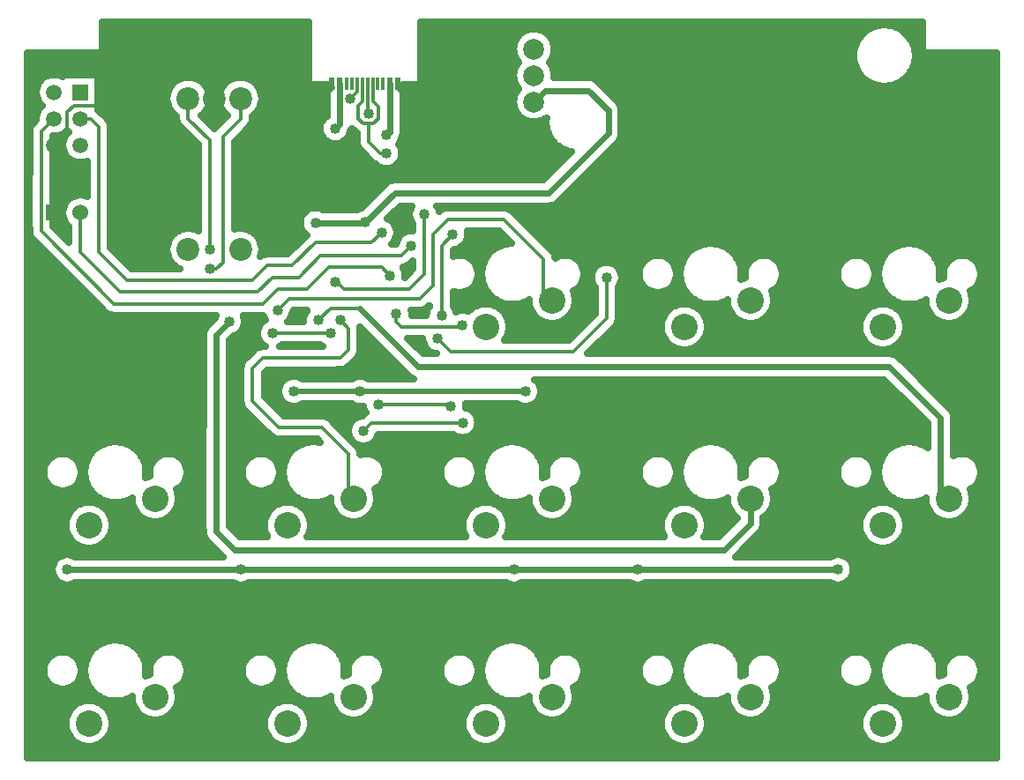
<source format=gbr>
G04 DipTrace 3.1.0.1*
G04 Top.gbr*
%MOIN*%
G04 #@! TF.FileFunction,Copper,L1,Top*
G04 #@! TF.Part,Single*
G04 #@! TA.AperFunction,Conductor*
%ADD13C,0.019685*%
%ADD14C,0.012992*%
%ADD15C,0.023622*%
%ADD16C,0.03937*%
%ADD17C,0.011811*%
G04 #@! TA.AperFunction,CopperBalancing*
%ADD18C,0.025*%
G04 #@! TA.AperFunction,ComponentPad*
%ADD19C,0.086614*%
%ADD20R,0.098425X0.137795*%
%ADD28C,0.07874*%
%ADD32R,0.06X0.06*%
%ADD33C,0.06*%
%ADD34C,0.1*%
%ADD35R,0.011811X0.045276*%
G04 #@! TA.AperFunction,ComponentPad*
%ADD36O,0.03937X0.070866*%
%ADD37O,0.03937X0.082677*%
%ADD38R,0.023622X0.045276*%
G04 #@! TA.AperFunction,ComponentPad*
%ADD39C,0.059055*%
%ADD40R,0.059055X0.059055*%
G04 #@! TA.AperFunction,ViaPad*
%ADD41C,0.04*%
%FSLAX26Y26*%
G04*
G70*
G90*
G75*
G01*
G04 Top*
%LPD*%
X2299751Y1806052D2*
D13*
X1674950D1*
Y1806201D1*
X1424843D1*
Y1806052D1*
X1224864Y1131123D2*
D15*
X568682D1*
X3480877D2*
X2724706D1*
X2256005D1*
X1224864D1*
X2331693Y2800591D2*
D16*
X1981034D1*
Y2799698D1*
X1331201Y1856201D2*
D14*
Y1781201D1*
X1381201Y1731201D1*
X1543701D1*
X1675077Y1599824D1*
X1899793D1*
X1981034Y2799698D2*
D16*
X1912291D1*
Y2712207D1*
X1831285Y2631201D1*
X1631201D1*
X1818898Y2968701D2*
D15*
Y2955585D1*
X1856047Y2918436D1*
X1912291D1*
D16*
Y2799698D1*
X1913386Y3164567D2*
Y3007087D1*
D14*
Y2987178D1*
D16*
Y2918436D1*
D14*
X1862297D1*
X1818898Y2961835D1*
Y2968701D1*
X1566929D2*
Y2954283D1*
D15*
X1537331Y2924685D1*
X1474837D1*
D14*
X1472441D1*
D16*
Y3007087D1*
Y3164567D2*
Y3007087D1*
X1124016Y2913387D2*
Y2999677D1*
X1465031D1*
D14*
X1472441Y3007087D1*
X1124016Y2913387D2*
Y2999677D1*
D16*
X897638D1*
D14*
X852598D1*
X740110Y2887189D1*
X593680D1*
X568682Y2862192D1*
Y2780950D1*
X525184Y2737451D1*
X518701D1*
X1631201Y2631201D2*
D16*
X1472441D1*
Y2924685D1*
X1350394Y2614175D2*
D14*
Y2631201D1*
D16*
X1631201D1*
X897638Y2618112D2*
Y2999677D1*
X1650000Y1400000D2*
D14*
X1631201D1*
Y1568701D1*
X1531201Y1668701D1*
X1368701D1*
X1268701Y1768701D1*
Y1893701D1*
X1306201Y1931201D1*
X1599951D1*
X1631201Y1962450D1*
Y2043398D1*
X1599824Y2074774D1*
X2400000Y2150000D2*
X2368701D1*
Y2306201D1*
X2218701Y2456201D1*
X2006201D1*
X1949787Y2399787D1*
Y2206010D1*
X1899793Y2156016D1*
X1406094D1*
X1362349Y2112270D1*
X3150000Y1400000D2*
D15*
Y1306444D1*
X3049672Y1206115D1*
X1199362D1*
X1131123Y1274354D1*
Y2018623D1*
X1181201Y2068701D1*
X1787304Y2243507D2*
D14*
X1756058Y2274753D1*
X1556079D1*
X1474837Y2193512D1*
X1362349D1*
X1306105Y2137268D1*
X743664D1*
X469211Y2411720D1*
Y2787962D1*
X518701Y2837451D1*
X1106126Y2268504D2*
X1131123D1*
X1156121Y2293501D1*
Y2768451D1*
X1224864Y2837194D1*
Y2913387D1*
X1222441D1*
X1106126Y2343496D2*
Y2755953D1*
X1025591Y2836488D1*
Y2913387D1*
X2062276Y2056026D2*
X2056026Y2049777D1*
X1831050D1*
X1812302Y2068525D1*
Y2099772D1*
X2062450Y1687451D2*
X1718701D1*
X1687450Y1656201D1*
X1743701Y1756201D2*
X2018530D1*
Y1749808D1*
X1562450Y2024951D2*
X1343701D1*
X1756201Y2406201D2*
X1718701Y2368701D1*
X1506291D1*
X1418593Y2281003D1*
X1324853D1*
X1268609Y2224759D1*
X793659D1*
X687420Y2330997D1*
Y2805948D1*
X655916Y2837451D1*
X618701D1*
X1918541Y2474732D2*
Y2249756D1*
X1862297Y2193512D1*
X1612323D1*
X1587325Y2218509D1*
X1581076D1*
X1702756Y2968701D2*
D17*
Y2859646D1*
D14*
X1706201Y2856201D1*
X1663386Y2968701D2*
D17*
Y2938387D1*
X1637450Y2912451D1*
X618688Y2480982D2*
D14*
Y2330987D1*
X768661Y2181013D1*
X1287357D1*
X1343601Y2237257D1*
X1443591D1*
X1524832Y2318499D1*
X1830999D1*
X1868701Y2356201D1*
X1722441Y2968701D2*
D17*
Y2902461D1*
X1743701Y2881201D1*
Y2837450D1*
X1724951Y2818701D1*
X1706201D1*
X1687451D1*
X1668701Y2837451D1*
Y2887450D1*
X1683071Y2901820D1*
Y2968701D1*
X1706201Y2818701D2*
D14*
Y2749566D1*
X1749808Y2705958D1*
X1774806D1*
X3900000Y1400000D2*
D15*
X3868336D1*
Y1706566D1*
X3675109Y1899793D1*
X1892386D1*
X1673478Y2118701D1*
D14*
X1562509D1*
X1518583Y2074774D1*
X2605969Y2237257D2*
Y2080969D1*
X2481201Y1956201D1*
X2018701D1*
X1968701Y2006201D1*
X2024780Y2399740D2*
X1982463Y2357424D1*
Y2092550D1*
X1774806Y2774701D2*
D15*
X1787402Y2787297D1*
Y2968701D1*
X1581076Y2799698D2*
X1598425Y2817047D1*
Y2968701D1*
X1506201Y2443701D2*
X1695176D1*
D14*
Y2445349D1*
D15*
X1805801Y2555974D1*
X2387224D1*
X2612450Y2781201D1*
Y2868701D1*
X2537450Y2943701D1*
X2374803D1*
X2331693Y2900591D1*
D41*
X1774806Y2705958D3*
X1706201Y2856201D3*
X1637450Y2912451D3*
X1106126Y2343496D3*
Y2268504D3*
X3480877Y1131123D3*
X2724706D3*
X2256005D3*
X1756201Y2406201D3*
X1599824Y2074774D3*
X1518583D3*
X1362349Y2112270D3*
X1181201Y2068701D3*
X1899793Y1599824D3*
X1631201Y2631201D3*
X1981034Y2799698D3*
X1331201Y1856201D3*
X568682Y1131123D3*
X1224864D3*
X1424843Y1806052D3*
X2299751D3*
X1674950Y1806201D3*
X1695176Y2445349D3*
X1506201Y2443701D3*
X1812302Y2099772D3*
X2062276Y2056026D3*
X1687450Y1656201D3*
X2062450Y1687451D3*
X2018530Y1749808D3*
X1743701Y1756201D3*
X1343701Y2024951D3*
X1562450D3*
X1787304Y2243507D3*
X1581076Y2218509D3*
X1918541Y2474732D3*
X1774806Y2774701D3*
X1581076Y2799698D3*
X1868701Y2356201D3*
X1968701Y2006201D3*
X2605969Y2237257D3*
X1982463Y2092550D3*
X2024780Y2399740D3*
X702714Y3178458D2*
D18*
X1477980D1*
X1907848D2*
X3600673D1*
X3712715D2*
X3797282D1*
X702714Y3153589D2*
X1477980D1*
X1907848D2*
X2274035D1*
X2389342D2*
X3568377D1*
X3745011D2*
X3797282D1*
X702714Y3128720D2*
X1477980D1*
X1907848D2*
X2258066D1*
X2405311D2*
X3551117D1*
X3762271D2*
X3797282D1*
X702714Y3103852D2*
X1477980D1*
X1907848D2*
X2252755D1*
X2410622D2*
X3541715D1*
X3771673D2*
X3797282D1*
X421238Y3078983D2*
X1477980D1*
X1907848D2*
X2255805D1*
X2407572D2*
X3538270D1*
X3775118D2*
X4078794D1*
X421238Y3054114D2*
X1477980D1*
X1907848D2*
X2268437D1*
X2394940D2*
X3540208D1*
X3773180D2*
X4078794D1*
X421238Y3029245D2*
X1477980D1*
X1907848D2*
X2258281D1*
X2405132D2*
X3547851D1*
X3765501D2*
X4078794D1*
X421238Y3004377D2*
X1477980D1*
X1907848D2*
X2252791D1*
X2410586D2*
X3562636D1*
X3750753D2*
X4078794D1*
X421238Y2979508D2*
X464503D1*
X687858D2*
X977288D1*
X1073900D2*
X1174148D1*
X1270725D2*
X1477980D1*
X1907848D2*
X2255662D1*
X2573285D2*
X3589226D1*
X3724162D2*
X4078794D1*
X421238Y2954639D2*
X451800D1*
X687858D2*
X954035D1*
X1097117D2*
X1150895D1*
X1293978D2*
X1546985D1*
X1838843D2*
X2268042D1*
X2598224D2*
X4078794D1*
X421238Y2929770D2*
X450005D1*
X687858D2*
X944346D1*
X1106842D2*
X1141207D1*
X1303666D2*
X1546985D1*
X1838843D2*
X2258497D1*
X2623092D2*
X4078794D1*
X421238Y2904902D2*
X458043D1*
X687858D2*
X943126D1*
X1108062D2*
X1139951D1*
X1304922D2*
X1546985D1*
X1838843D2*
X2252827D1*
X2647960D2*
X4078794D1*
X421238Y2880033D2*
X464933D1*
X687858D2*
X949908D1*
X1101280D2*
X1146769D1*
X1298140D2*
X1546985D1*
X1838843D2*
X2255518D1*
X2662565D2*
X4078794D1*
X421238Y2855164D2*
X451943D1*
X702391D2*
X967599D1*
X1083589D2*
X1164460D1*
X1280413D2*
X1546985D1*
X1838843D2*
X2267647D1*
X2663892D2*
X4078794D1*
X421238Y2830295D2*
X447350D1*
X726110D2*
X979907D1*
X1095969D2*
X1153766D1*
X1270438D2*
X1530335D1*
X1838843D2*
X2299046D1*
X2364367D2*
X2375802D1*
X2663892D2*
X4078794D1*
X733538Y2805427D2*
X992467D1*
X1120837D2*
X1128890D1*
X1257268D2*
X1521758D1*
X1838843D2*
X2377489D1*
X2663892D2*
X4078794D1*
X555912Y2780558D2*
X565373D1*
X733538D2*
X1017334D1*
X1232400D2*
X1524773D1*
X1637389D2*
X1660092D1*
X1838377D2*
X2384809D1*
X2663892D2*
X4078794D1*
X515327Y2755689D2*
X552096D1*
X733538D2*
X1042202D1*
X1207533D2*
X1542177D1*
X1619986D2*
X1660092D1*
X1831164D2*
X2399127D1*
X2656716D2*
X4078794D1*
X515327Y2730820D2*
X549871D1*
X733538D2*
X1060001D1*
X1202222D2*
X1664326D1*
X1828724D2*
X2424820D1*
X2633786D2*
X4078794D1*
X515327Y2705951D2*
X557479D1*
X733538D2*
X1060001D1*
X1202222D2*
X1685642D1*
X1834429D2*
X2465513D1*
X2608918D2*
X4078794D1*
X515327Y2681083D2*
X580624D1*
X733538D2*
X1060001D1*
X1202222D2*
X1710509D1*
X1828724D2*
X2440645D1*
X2584050D2*
X4078794D1*
X515327Y2656214D2*
X641304D1*
X733538D2*
X1060001D1*
X1202222D2*
X1744240D1*
X1805399D2*
X2415777D1*
X2559182D2*
X4078794D1*
X515327Y2631345D2*
X641304D1*
X733538D2*
X1060001D1*
X1202222D2*
X2390909D1*
X2534315D2*
X4078794D1*
X515327Y2606476D2*
X641304D1*
X733538D2*
X1060001D1*
X1202222D2*
X2366042D1*
X2509411D2*
X4078794D1*
X515327Y2581608D2*
X641304D1*
X733538D2*
X1060001D1*
X1202222D2*
X1759742D1*
X2484543D2*
X4078794D1*
X515327Y2556739D2*
X641304D1*
X733538D2*
X1060001D1*
X1202222D2*
X1734875D1*
X2459676D2*
X4078794D1*
X515327Y2531870D2*
X572406D1*
X733538D2*
X1060001D1*
X1202222D2*
X1710007D1*
X2434808D2*
X4078794D1*
X515327Y2507001D2*
X554321D1*
X733538D2*
X1060001D1*
X1202222D2*
X1685139D1*
X1828544D2*
X1868902D1*
X1968170D2*
X4078794D1*
X515327Y2482133D2*
X549082D1*
X733538D2*
X1060001D1*
X1202222D2*
X1461437D1*
X1803677D2*
X1859393D1*
X2256966D2*
X4078794D1*
X515327Y2457264D2*
X553388D1*
X733538D2*
X1060001D1*
X1202222D2*
X1448196D1*
X1784299D2*
X1861653D1*
X2281833D2*
X4078794D1*
X515327Y2432395D2*
X569895D1*
X733538D2*
X1060001D1*
X1202222D2*
X1447693D1*
X1809454D2*
X1872419D1*
X2306701D2*
X4078794D1*
X537575Y2407526D2*
X572586D1*
X733538D2*
X975745D1*
X1272304D2*
X1459499D1*
X1815806D2*
X1841128D1*
X2083860D2*
X2203199D1*
X2331569D2*
X4078794D1*
X421238Y2382657D2*
X434199D1*
X562443D2*
X572586D1*
X733538D2*
X953389D1*
X1294624D2*
X1456054D1*
X2081779D2*
X2228067D1*
X2356437D2*
X4078794D1*
X421238Y2357789D2*
X458941D1*
X733538D2*
X944131D1*
X1303918D2*
X1431187D1*
X2066062D2*
X2205675D1*
X2381304D2*
X2955655D1*
X3044337D2*
X3705670D1*
X3794316D2*
X4078794D1*
X421238Y2332920D2*
X483844D1*
X749686D2*
X943234D1*
X1304779D2*
X1406319D1*
X2028599D2*
X2166920D1*
X2405670D2*
X2916936D1*
X3083091D2*
X3666915D1*
X3833071D2*
X4078794D1*
X421238Y2308051D2*
X508712D1*
X774554D2*
X950410D1*
X2092724D2*
X2147507D1*
X2492725D2*
X2757287D1*
X2842703D2*
X2897522D1*
X3102505D2*
X3157288D1*
X3242704D2*
X3507266D1*
X3592719D2*
X3647502D1*
X3852484D2*
X3907267D1*
X3992720D2*
X4078794D1*
X421238Y2283182D2*
X533580D1*
X799422D2*
X968783D1*
X1859082D2*
X1872419D1*
X2114828D2*
X2136742D1*
X2514829D2*
X2569505D1*
X2642434D2*
X2735146D1*
X2864844D2*
X2886757D1*
X3113270D2*
X3135147D1*
X3264845D2*
X3485162D1*
X3614823D2*
X3636736D1*
X3863250D2*
X3885163D1*
X4014824D2*
X4078794D1*
X421238Y2258314D2*
X558447D1*
X1844979D2*
X1862909D1*
X2122615D2*
X2132172D1*
X2522616D2*
X2550379D1*
X2661560D2*
X2727359D1*
X2872631D2*
X2882164D1*
X3117827D2*
X3127360D1*
X3272632D2*
X3477375D1*
X3622646D2*
X3632179D1*
X3867807D2*
X3877359D1*
X4022647D2*
X4078794D1*
X421238Y2233445D2*
X583315D1*
X2121144D2*
X2133053D1*
X2521145D2*
X2546467D1*
X2665471D2*
X2728831D1*
X2871159D2*
X2883061D1*
X3271160D2*
X3478846D1*
X3621139D2*
X3633076D1*
X4021140D2*
X4078794D1*
X421238Y2208576D2*
X608183D1*
X2109697D2*
X2139541D1*
X2509698D2*
X2554075D1*
X2657864D2*
X2740314D1*
X2859712D2*
X2889556D1*
X3259713D2*
X3490293D1*
X3609692D2*
X3639535D1*
X4009693D2*
X4078794D1*
X421238Y2183707D2*
X633051D1*
X2076863D2*
X2152782D1*
X2482821D2*
X2559852D1*
X2652087D2*
X2773148D1*
X2826842D2*
X2902761D1*
X3232836D2*
X3523163D1*
X3576858D2*
X3652777D1*
X3982852D2*
X4078794D1*
X421238Y2158839D2*
X657918D1*
X2028599D2*
X2176394D1*
X2489172D2*
X2559852D1*
X2652087D2*
X2926373D1*
X3239188D2*
X3676389D1*
X3989167D2*
X4078794D1*
X421238Y2133970D2*
X682786D1*
X2028599D2*
X2124290D1*
X2175724D2*
X2311856D1*
X2488132D2*
X2559852D1*
X2652087D2*
X2874269D1*
X2925739D2*
X3061872D1*
X3238147D2*
X3624285D1*
X3675719D2*
X3811851D1*
X3988127D2*
X4078794D1*
X421238Y2109101D2*
X707654D1*
X1423376D2*
X1470408D1*
X1871139D2*
X1925276D1*
X2216524D2*
X2320576D1*
X2479412D2*
X2559852D1*
X2652087D2*
X2833505D1*
X2966504D2*
X3070592D1*
X3229427D2*
X3583484D1*
X3716519D2*
X3820571D1*
X3979443D2*
X4078794D1*
X421238Y2084232D2*
X1123731D1*
X1238680D2*
X1310078D1*
X1414620D2*
X1459751D1*
X2232600D2*
X2340348D1*
X2459640D2*
X2545032D1*
X2652087D2*
X2817393D1*
X2982616D2*
X3090364D1*
X3209655D2*
X3567372D1*
X3732631D2*
X3840343D1*
X3959634D2*
X4078794D1*
X421238Y2059364D2*
X1100155D1*
X1240044D2*
X1295616D1*
X2239131D2*
X2520164D1*
X2646345D2*
X2810898D1*
X2989111D2*
X3560877D1*
X3739126D2*
X4078794D1*
X421238Y2034495D2*
X1082321D1*
X1229458D2*
X1284887D1*
X1677328D2*
X1685964D1*
X2238234D2*
X2495296D1*
X2623666D2*
X2811759D1*
X2988214D2*
X3561774D1*
X3738229D2*
X4078794D1*
X421238Y2009626D2*
X1079701D1*
X1193825D2*
X1286179D1*
X1677328D2*
X1710868D1*
X2229694D2*
X2470429D1*
X2598798D2*
X2820299D1*
X2979709D2*
X3570315D1*
X3729689D2*
X4078794D1*
X421238Y1984757D2*
X1079701D1*
X1182557D2*
X1300604D1*
X1677328D2*
X1735736D1*
X1879105D2*
X1913255D1*
X2573931D2*
X2839749D1*
X2960224D2*
X3589764D1*
X3710239D2*
X4078794D1*
X421238Y1959888D2*
X1079701D1*
X1182557D2*
X1270713D1*
X1677257D2*
X1760604D1*
X1904009D2*
X1932776D1*
X2549063D2*
X4078794D1*
X421238Y1935020D2*
X1079701D1*
X1182557D2*
X1245845D1*
X1667604D2*
X1785471D1*
X3711567D2*
X4078794D1*
X421238Y1910151D2*
X1079701D1*
X1182557D2*
X1225786D1*
X1643095D2*
X1810339D1*
X3736435D2*
X4078794D1*
X421238Y1885282D2*
X1079701D1*
X1182557D2*
X1222592D1*
X1324479D2*
X1835207D1*
X3761338D2*
X4078794D1*
X421238Y1860413D2*
X1079701D1*
X1182557D2*
X1222592D1*
X1314826D2*
X1404812D1*
X1444871D2*
X1654458D1*
X1695450D2*
X1860828D1*
X3786206D2*
X4078794D1*
X421238Y1835545D2*
X1079701D1*
X1182557D2*
X1222592D1*
X1314826D2*
X1373413D1*
X2351162D2*
X3667669D1*
X3811074D2*
X4078794D1*
X421238Y1810676D2*
X1079701D1*
X1182557D2*
X1222592D1*
X1314826D2*
X1365411D1*
X2359200D2*
X3692536D1*
X3835942D2*
X4078794D1*
X421238Y1785807D2*
X1079701D1*
X1182557D2*
X1222592D1*
X1315795D2*
X1368928D1*
X2355647D2*
X3717404D1*
X3860809D2*
X4078794D1*
X421238Y1760938D2*
X1079701D1*
X1182557D2*
X1223274D1*
X1340663D2*
X1387300D1*
X2337275D2*
X3742272D1*
X3885677D2*
X4078794D1*
X421238Y1736070D2*
X1079701D1*
X1182557D2*
X1237161D1*
X1365531D2*
X1687759D1*
X2094949D2*
X3767140D1*
X3909863D2*
X4078794D1*
X421238Y1711201D2*
X1079701D1*
X1182557D2*
X1262029D1*
X1543516D2*
X1669530D1*
X2116910D2*
X3792007D1*
X3919552D2*
X4078794D1*
X421238Y1686332D2*
X1079701D1*
X1182557D2*
X1286896D1*
X1577750D2*
X1636408D1*
X2122077D2*
X3816875D1*
X3919767D2*
X4078794D1*
X421238Y1661463D2*
X1079701D1*
X1182557D2*
X1311764D1*
X1602618D2*
X1628083D1*
X2115833D2*
X3816911D1*
X3919767D2*
X4078794D1*
X421238Y1636594D2*
X1079701D1*
X1182557D2*
X1336668D1*
X1743607D2*
X2033933D1*
X2090965D2*
X3816911D1*
X3919767D2*
X4078794D1*
X421238Y1611726D2*
X717737D1*
X782269D2*
X1079701D1*
X1182557D2*
X1467753D1*
X1725808D2*
X2217732D1*
X2282264D2*
X2967748D1*
X3032279D2*
X3717727D1*
X3782259D2*
X3816911D1*
X3919767D2*
X4078794D1*
X421238Y1586857D2*
X671196D1*
X828811D2*
X1079701D1*
X1182557D2*
X1421175D1*
X1673345D2*
X2171190D1*
X2328806D2*
X2921170D1*
X3078821D2*
X3671185D1*
X3919767D2*
X4078794D1*
X421238Y1561988D2*
X513664D1*
X586342D2*
X649916D1*
X850090D2*
X913665D1*
X986343D2*
X1079701D1*
X1182557D2*
X1263679D1*
X1336321D2*
X1399896D1*
X1736322D2*
X2013659D1*
X2086336D2*
X2149911D1*
X2350085D2*
X2413660D1*
X2486337D2*
X2763674D1*
X2836352D2*
X2899891D1*
X3100101D2*
X3163675D1*
X3236353D2*
X3513654D1*
X3586331D2*
X3649906D1*
X3986332D2*
X4078794D1*
X421238Y1537119D2*
X487433D1*
X612573D2*
X638003D1*
X862004D2*
X887434D1*
X1012574D2*
X1079701D1*
X1182557D2*
X1237412D1*
X1362588D2*
X1387982D1*
X1762589D2*
X1987428D1*
X2112568D2*
X2137998D1*
X2361999D2*
X2387429D1*
X2512569D2*
X2737407D1*
X2862583D2*
X2888013D1*
X3112014D2*
X3137408D1*
X3262584D2*
X3487422D1*
X3612563D2*
X3637992D1*
X4012564D2*
X4078794D1*
X421238Y1512251D2*
X477959D1*
X622046D2*
X632512D1*
X867458D2*
X877960D1*
X1022047D2*
X1079701D1*
X1182557D2*
X1227939D1*
X1372062D2*
X1382528D1*
X1772063D2*
X1977954D1*
X2122041D2*
X2132505D1*
X2367489D2*
X2377955D1*
X2522042D2*
X2727934D1*
X2872057D2*
X2882523D1*
X3117469D2*
X3127935D1*
X3272058D2*
X3477949D1*
X3622036D2*
X3632538D1*
X4022037D2*
X4078794D1*
X421238Y1487382D2*
X478031D1*
X621975D2*
X632584D1*
X867422D2*
X878032D1*
X1021976D2*
X1079701D1*
X1182557D2*
X1228010D1*
X1371990D2*
X1382564D1*
X1771991D2*
X1978026D1*
X2121969D2*
X2132565D1*
X2367417D2*
X2378027D1*
X2521970D2*
X2728005D1*
X2871985D2*
X2882559D1*
X3117433D2*
X3128006D1*
X3271986D2*
X3478021D1*
X3622000D2*
X3632574D1*
X4022001D2*
X4078794D1*
X421238Y1462513D2*
X487648D1*
X612358D2*
X638110D1*
X1012359D2*
X1079701D1*
X1182557D2*
X1237663D1*
X1362337D2*
X1388126D1*
X1762338D2*
X1987643D1*
X2112352D2*
X2138141D1*
X2512353D2*
X2737658D1*
X2862368D2*
X2888121D1*
X3262369D2*
X3487638D1*
X3612347D2*
X3638136D1*
X4012348D2*
X4078794D1*
X421238Y1437644D2*
X514346D1*
X585660D2*
X650132D1*
X985661D2*
X1079701D1*
X1182557D2*
X1264361D1*
X1335639D2*
X1400147D1*
X1735640D2*
X2014341D1*
X2085655D2*
X2150126D1*
X2485656D2*
X2764356D1*
X2835670D2*
X2900142D1*
X3235671D2*
X3514336D1*
X3585650D2*
X3650121D1*
X3985651D2*
X4078794D1*
X421238Y1412776D2*
X671590D1*
X988675D2*
X1079701D1*
X1182557D2*
X1421606D1*
X1738690D2*
X2171585D1*
X2488670D2*
X2921601D1*
X3238685D2*
X3671616D1*
X3988665D2*
X4078794D1*
X421238Y1387907D2*
X719137D1*
X780834D2*
X811216D1*
X988783D2*
X1079701D1*
X1182557D2*
X1469152D1*
X1530849D2*
X1561231D1*
X1738762D2*
X2219168D1*
X2280865D2*
X2311211D1*
X2488778D2*
X2969147D1*
X3030844D2*
X3061226D1*
X3238793D2*
X3719162D1*
X3780859D2*
X3811205D1*
X3988772D2*
X4078794D1*
X421238Y1363038D2*
X587370D1*
X712654D2*
X818608D1*
X981391D2*
X1079701D1*
X1182557D2*
X1337350D1*
X1462633D2*
X1568623D1*
X1731406D2*
X2087365D1*
X2212649D2*
X2318603D1*
X2481385D2*
X2837380D1*
X2962628D2*
X3068618D1*
X3231401D2*
X3587360D1*
X3712644D2*
X3818598D1*
X3981380D2*
X4078794D1*
X421238Y1338169D2*
X569177D1*
X730811D2*
X836119D1*
X963879D2*
X1079701D1*
X1182557D2*
X1319192D1*
X1480827D2*
X1586135D1*
X1713894D2*
X2069172D1*
X2230806D2*
X2336114D1*
X2463874D2*
X2819187D1*
X2980822D2*
X3086130D1*
X3213889D2*
X3569167D1*
X3730801D2*
X3836109D1*
X3963869D2*
X4078794D1*
X421238Y1313301D2*
X561390D1*
X738598D2*
X888941D1*
X911058D2*
X1079701D1*
X1182557D2*
X1311405D1*
X1488614D2*
X1638920D1*
X1661071D2*
X2061385D1*
X2238593D2*
X2388936D1*
X2411088D2*
X2811400D1*
X2988608D2*
X3085161D1*
X3201438D2*
X3561416D1*
X3738588D2*
X3888931D1*
X3911079D2*
X4078794D1*
X421238Y1288432D2*
X561139D1*
X738849D2*
X1079701D1*
X1188765D2*
X1311154D1*
X1488865D2*
X2061134D1*
X2238844D2*
X2811149D1*
X2988860D2*
X3060293D1*
X3197993D2*
X3561164D1*
X3738839D2*
X4078794D1*
X421238Y1263563D2*
X568351D1*
X731637D2*
X1080885D1*
X1213633D2*
X1318367D1*
X1481652D2*
X2068346D1*
X2231632D2*
X2818362D1*
X2981647D2*
X3035425D1*
X3178830D2*
X3568377D1*
X3731626D2*
X4078794D1*
X421238Y1238694D2*
X585612D1*
X714412D2*
X1095095D1*
X3153963D2*
X3585602D1*
X3714402D2*
X4078794D1*
X421238Y1213825D2*
X634701D1*
X665323D2*
X1119963D1*
X3129095D2*
X3634691D1*
X3665312D2*
X4078794D1*
X421238Y1188957D2*
X1144831D1*
X3104227D2*
X4078794D1*
X421238Y1164088D2*
X519549D1*
X3530029D2*
X4078794D1*
X421238Y1139219D2*
X509645D1*
X3539933D2*
X4078794D1*
X421238Y1114350D2*
X511583D1*
X3537995D2*
X4078794D1*
X421238Y1089482D2*
X527085D1*
X3522493D2*
X4078794D1*
X421238Y1064613D2*
X4078794D1*
X421238Y1039744D2*
X4078794D1*
X421238Y1014875D2*
X4078794D1*
X421238Y990007D2*
X4078794D1*
X421238Y965138D2*
X4078794D1*
X421238Y940269D2*
X4078794D1*
X421238Y915400D2*
X4078794D1*
X421238Y890531D2*
X4078794D1*
X421238Y865663D2*
X4078794D1*
X421238Y840794D2*
X675896D1*
X824074D2*
X1425912D1*
X1574090D2*
X2175927D1*
X2324105D2*
X2925907D1*
X3074085D2*
X3675922D1*
X3824100D2*
X4078794D1*
X421238Y815925D2*
X522169D1*
X577837D2*
X652500D1*
X847471D2*
X922170D1*
X977838D2*
X1272184D1*
X1327816D2*
X1402515D1*
X1597486D2*
X1672185D1*
X1727818D2*
X2022163D1*
X2077832D2*
X2152531D1*
X2347502D2*
X2422164D1*
X2477833D2*
X2772179D1*
X2827811D2*
X2902510D1*
X3097481D2*
X3172180D1*
X3227812D2*
X3522158D1*
X3577827D2*
X3652526D1*
X3847496D2*
X3922159D1*
X3977828D2*
X4078794D1*
X421238Y791056D2*
X490052D1*
X609953D2*
X639402D1*
X860604D2*
X890053D1*
X1009954D2*
X1240032D1*
X1359969D2*
X1389418D1*
X1610584D2*
X1640033D1*
X1759970D2*
X1990047D1*
X2109948D2*
X2139397D1*
X2360599D2*
X2390048D1*
X2509949D2*
X2740027D1*
X2859964D2*
X2889412D1*
X3110579D2*
X3140028D1*
X3259965D2*
X3490042D1*
X3609979D2*
X3639428D1*
X3860594D2*
X3890043D1*
X4009944D2*
X4078794D1*
X421238Y766188D2*
X478749D1*
X621257D2*
X633015D1*
X866992D2*
X878750D1*
X1021258D2*
X1228764D1*
X1371236D2*
X1383030D1*
X1616971D2*
X1628786D1*
X1771237D2*
X1978744D1*
X2121252D2*
X2132990D1*
X2366987D2*
X2378745D1*
X2521253D2*
X2728759D1*
X2871231D2*
X2883025D1*
X3116966D2*
X3128760D1*
X3271232D2*
X3478774D1*
X3621247D2*
X3633005D1*
X3866982D2*
X3878758D1*
X4021248D2*
X4078794D1*
X421238Y741319D2*
X477421D1*
X622585D2*
X632189D1*
X867781D2*
X877422D1*
X1022586D2*
X1227400D1*
X1372600D2*
X1382205D1*
X1617797D2*
X1627411D1*
X1772601D2*
X1977416D1*
X2122579D2*
X2132233D1*
X2367812D2*
X2377417D1*
X2522580D2*
X2727431D1*
X2872595D2*
X2882200D1*
X3117791D2*
X3127396D1*
X3272596D2*
X3477411D1*
X3622574D2*
X3632215D1*
X3867807D2*
X3877424D1*
X4022575D2*
X4078794D1*
X421238Y716450D2*
X485351D1*
X614654D2*
X636854D1*
X1014655D2*
X1235367D1*
X1364634D2*
X1386870D1*
X1764635D2*
X1985346D1*
X2114649D2*
X2136849D1*
X2514650D2*
X2735362D1*
X2864629D2*
X2886865D1*
X3264630D2*
X3485341D1*
X3614644D2*
X3636844D1*
X4014645D2*
X4078794D1*
X421238Y691581D2*
X507815D1*
X592191D2*
X647727D1*
X992192D2*
X1257830D1*
X1342170D2*
X1397707D1*
X1742171D2*
X2007810D1*
X2092186D2*
X2147722D1*
X2492187D2*
X2757825D1*
X2842165D2*
X2897738D1*
X3242166D2*
X3507805D1*
X3592180D2*
X3647717D1*
X3992181D2*
X4078794D1*
X421238Y666713D2*
X667320D1*
X987993D2*
X1417300D1*
X1738009D2*
X2167315D1*
X2487988D2*
X2917294D1*
X3238004D2*
X3667310D1*
X3988019D2*
X4078794D1*
X421238Y641844D2*
X706613D1*
X793357D2*
X810749D1*
X989249D2*
X1456629D1*
X1543373D2*
X1560765D1*
X1739229D2*
X2206608D1*
X2293388D2*
X2310744D1*
X2489244D2*
X2956624D1*
X3043368D2*
X3060759D1*
X3239224D2*
X3706639D1*
X3793383D2*
X3810775D1*
X3989239D2*
X4078794D1*
X421238Y616975D2*
X591784D1*
X708204D2*
X816885D1*
X983113D2*
X1341763D1*
X1458220D2*
X1566865D1*
X1733128D2*
X2091779D1*
X2208235D2*
X2316880D1*
X2483108D2*
X2841794D1*
X2958215D2*
X3066896D1*
X3233123D2*
X3591774D1*
X3708230D2*
X3816875D1*
X3983103D2*
X4078794D1*
X421238Y592106D2*
X571222D1*
X728766D2*
X832387D1*
X967611D2*
X1321238D1*
X1478781D2*
X1582403D1*
X1717591D2*
X2071217D1*
X2228761D2*
X2332382D1*
X2467606D2*
X2821232D1*
X2978776D2*
X3082398D1*
X3217621D2*
X3571212D1*
X3728756D2*
X3832413D1*
X3967601D2*
X4078794D1*
X421238Y567238D2*
X562108D1*
X737916D2*
X870281D1*
X929717D2*
X1312087D1*
X1487896D2*
X1620296D1*
X1679697D2*
X2062103D1*
X2237911D2*
X2370276D1*
X2429712D2*
X2812118D1*
X2987891D2*
X3120291D1*
X3179728D2*
X3562097D1*
X3737906D2*
X3870271D1*
X3929707D2*
X4078794D1*
X421238Y542369D2*
X560708D1*
X739280D2*
X1310724D1*
X1489295D2*
X2060703D1*
X2239275D2*
X2810718D1*
X2989290D2*
X3560698D1*
X3739270D2*
X4078794D1*
X421238Y517500D2*
X566665D1*
X733323D2*
X1316680D1*
X1483339D2*
X2066660D1*
X2233318D2*
X2816675D1*
X2983333D2*
X3566655D1*
X3733349D2*
X4078794D1*
X421238Y492631D2*
X581916D1*
X718072D2*
X1331931D1*
X1468052D2*
X2081946D1*
X2218067D2*
X2831926D1*
X2968083D2*
X3581941D1*
X3718062D2*
X4078794D1*
X421238Y467762D2*
X618733D1*
X681255D2*
X1368748D1*
X1431271D2*
X2118728D1*
X2181250D2*
X2868743D1*
X2931265D2*
X3618723D1*
X3681245D2*
X4078794D1*
X421238Y442894D2*
X4078794D1*
X1105772Y2907077D2*
X1105029Y2900805D1*
X1103797Y2894611D1*
X1102083Y2888533D1*
X1099897Y2882608D1*
X1097253Y2876873D1*
X1094168Y2871363D1*
X1090659Y2866112D1*
X1086749Y2861153D1*
X1082463Y2856515D1*
X1074319Y2849464D1*
X1124867Y2798897D1*
X1174681Y2848697D1*
X1170206Y2852228D1*
X1165569Y2856515D1*
X1161282Y2861153D1*
X1157372Y2866112D1*
X1153864Y2871363D1*
X1150778Y2876873D1*
X1148134Y2882608D1*
X1145948Y2888533D1*
X1144234Y2894611D1*
X1143002Y2900805D1*
X1142260Y2907077D1*
X1142012Y2913387D1*
X1142260Y2919698D1*
X1143002Y2925969D1*
X1144234Y2932163D1*
X1145948Y2938241D1*
X1148134Y2944166D1*
X1150778Y2949901D1*
X1153864Y2955411D1*
X1157372Y2960662D1*
X1161282Y2965622D1*
X1165569Y2970259D1*
X1170206Y2974546D1*
X1175166Y2978456D1*
X1180417Y2981964D1*
X1185927Y2985050D1*
X1191662Y2987694D1*
X1197587Y2989880D1*
X1203665Y2991594D1*
X1209859Y2992826D1*
X1216131Y2993568D1*
X1222441Y2993816D1*
X1228751Y2993568D1*
X1235023Y2992826D1*
X1241217Y2991594D1*
X1247295Y2989880D1*
X1253220Y2987694D1*
X1258955Y2985050D1*
X1264465Y2981964D1*
X1269716Y2978456D1*
X1274675Y2974546D1*
X1279313Y2970259D1*
X1283600Y2965622D1*
X1287509Y2960662D1*
X1291018Y2955411D1*
X1294104Y2949901D1*
X1296748Y2944166D1*
X1298934Y2938241D1*
X1300648Y2932163D1*
X1301880Y2925969D1*
X1302622Y2919698D1*
X1302870Y2913387D1*
X1302622Y2907077D1*
X1301880Y2900805D1*
X1300648Y2894611D1*
X1298934Y2888533D1*
X1296748Y2882608D1*
X1294104Y2876873D1*
X1291018Y2871363D1*
X1287509Y2866112D1*
X1283600Y2861153D1*
X1279313Y2856515D1*
X1274675Y2852228D1*
X1268465Y2847483D1*
X1268347Y2833772D1*
X1267277Y2827012D1*
X1265162Y2820502D1*
X1262054Y2814404D1*
X1258031Y2808866D1*
X1229723Y2780369D1*
X1199739Y2750079D1*
Y2419693D1*
X1209859Y2421960D1*
X1216131Y2422702D1*
X1222441Y2422950D1*
X1228751Y2422702D1*
X1235023Y2421960D1*
X1241217Y2420728D1*
X1247295Y2419014D1*
X1253220Y2416828D1*
X1258955Y2414184D1*
X1264465Y2411098D1*
X1269716Y2407590D1*
X1274675Y2403680D1*
X1279313Y2399393D1*
X1283600Y2394756D1*
X1287509Y2389796D1*
X1291018Y2384545D1*
X1294104Y2379035D1*
X1296748Y2373300D1*
X1298934Y2367375D1*
X1300648Y2361297D1*
X1301880Y2355103D1*
X1302622Y2348831D1*
X1302870Y2342521D1*
X1302622Y2336211D1*
X1301880Y2329939D1*
X1300648Y2323745D1*
X1298122Y2315468D1*
X1302063Y2318193D1*
X1308161Y2321301D1*
X1314671Y2323416D1*
X1321431Y2324486D1*
X1361598Y2324621D1*
X1400742Y2324837D1*
X1473072Y2397167D1*
X1465809Y2403309D1*
X1459988Y2410125D1*
X1455305Y2417768D1*
X1451874Y2426049D1*
X1449782Y2434765D1*
X1449079Y2443701D1*
X1449782Y2452637D1*
X1451874Y2461352D1*
X1455305Y2469634D1*
X1459988Y2477276D1*
X1465809Y2484092D1*
X1472625Y2489913D1*
X1480268Y2494597D1*
X1488549Y2498027D1*
X1497265Y2500120D1*
X1506201Y2500823D1*
X1515137Y2500120D1*
X1523852Y2498027D1*
X1532134Y2494597D1*
X1535634Y2492636D1*
X1663122Y2492634D1*
X1669243Y2496245D1*
X1677524Y2499675D1*
X1681386Y2500764D1*
X1774021Y2593183D1*
X1780233Y2597696D1*
X1787075Y2601182D1*
X1794377Y2603555D1*
X1801961Y2604756D1*
X1833360Y2604907D1*
X2366922D1*
X2473479Y2711431D1*
X2467118Y2712798D1*
X2458354Y2715270D1*
X2449810Y2718421D1*
X2441540Y2722234D1*
X2433595Y2726684D1*
X2426023Y2731743D1*
X2418871Y2737381D1*
X2412184Y2743562D1*
X2406003Y2750249D1*
X2400365Y2757401D1*
X2395306Y2764973D1*
X2390856Y2772918D1*
X2387043Y2781188D1*
X2383892Y2789732D1*
X2381420Y2798496D1*
X2379643Y2807428D1*
X2378573Y2816471D1*
X2378215Y2825571D1*
X2378573Y2834670D1*
X2379288Y2840711D1*
X2371660Y2835370D1*
X2366420Y2832436D1*
X2360965Y2829921D1*
X2355330Y2827842D1*
X2349550Y2826212D1*
X2343659Y2825040D1*
X2337694Y2824334D1*
X2331693Y2824098D1*
X2325691Y2824334D1*
X2319727Y2825040D1*
X2313836Y2826212D1*
X2308056Y2827842D1*
X2302421Y2829921D1*
X2296966Y2832436D1*
X2291726Y2835370D1*
X2286732Y2838707D1*
X2282015Y2842425D1*
X2277605Y2846502D1*
X2273528Y2850913D1*
X2269809Y2855630D1*
X2266473Y2860624D1*
X2263538Y2865864D1*
X2261023Y2871318D1*
X2258945Y2876953D1*
X2257314Y2882734D1*
X2256143Y2888625D1*
X2255437Y2894589D1*
X2255201Y2900591D1*
X2255437Y2906592D1*
X2256143Y2912557D1*
X2257314Y2918447D1*
X2258945Y2924228D1*
X2261023Y2929863D1*
X2263538Y2935317D1*
X2266473Y2940558D1*
X2269809Y2945551D1*
X2273830Y2950596D1*
X2269809Y2955630D1*
X2266473Y2960624D1*
X2263538Y2965864D1*
X2261023Y2971318D1*
X2258945Y2976953D1*
X2257314Y2982734D1*
X2256143Y2988625D1*
X2255437Y2994589D1*
X2255201Y3000591D1*
X2255437Y3006592D1*
X2256143Y3012557D1*
X2257314Y3018447D1*
X2258945Y3024228D1*
X2261023Y3029863D1*
X2263538Y3035317D1*
X2266473Y3040558D1*
X2269809Y3045551D1*
X2273830Y3050596D1*
X2269809Y3055630D1*
X2266473Y3060624D1*
X2263538Y3065864D1*
X2261023Y3071318D1*
X2258945Y3076953D1*
X2257314Y3082734D1*
X2256143Y3088625D1*
X2255437Y3094589D1*
X2255201Y3100591D1*
X2255437Y3106592D1*
X2256143Y3112557D1*
X2257314Y3118447D1*
X2258945Y3124228D1*
X2261023Y3129863D1*
X2263538Y3135317D1*
X2266473Y3140558D1*
X2269809Y3145551D1*
X2273528Y3150268D1*
X2277605Y3154679D1*
X2282015Y3158756D1*
X2286732Y3162474D1*
X2291726Y3165811D1*
X2296966Y3168746D1*
X2302421Y3171260D1*
X2308056Y3173339D1*
X2313836Y3174969D1*
X2319727Y3176141D1*
X2325691Y3176847D1*
X2331693Y3177083D1*
X2337694Y3176847D1*
X2343659Y3176141D1*
X2349550Y3174969D1*
X2355330Y3173339D1*
X2360965Y3171260D1*
X2366420Y3168746D1*
X2371660Y3165811D1*
X2376654Y3162474D1*
X2381371Y3158756D1*
X2385781Y3154679D1*
X2389858Y3150268D1*
X2393576Y3145551D1*
X2396913Y3140558D1*
X2399848Y3135317D1*
X2402362Y3129863D1*
X2404441Y3124228D1*
X2406072Y3118447D1*
X2407243Y3112557D1*
X2407949Y3106592D1*
X2408185Y3100591D1*
X2407949Y3094589D1*
X2407243Y3088625D1*
X2406072Y3082734D1*
X2404441Y3076953D1*
X2402362Y3071318D1*
X2399848Y3065864D1*
X2396913Y3060624D1*
X2393576Y3055630D1*
X2389555Y3050586D1*
X2393576Y3045551D1*
X2396913Y3040558D1*
X2399848Y3035317D1*
X2402362Y3029863D1*
X2404441Y3024228D1*
X2406072Y3018447D1*
X2407243Y3012557D1*
X2407949Y3006592D1*
X2408185Y3000591D1*
X2407720Y2992655D1*
X2541289Y2992483D1*
X2548873Y2991282D1*
X2556176Y2988909D1*
X2563018Y2985423D1*
X2569230Y2980910D1*
X2591538Y2958815D1*
X2649659Y2900480D1*
X2654172Y2894268D1*
X2657658Y2887427D1*
X2660031Y2880124D1*
X2661232Y2872540D1*
X2661383Y2841142D1*
X2661232Y2777362D1*
X2660031Y2769778D1*
X2657658Y2762475D1*
X2654172Y2755633D1*
X2649659Y2749421D1*
X2627564Y2727113D1*
X2419004Y2518765D1*
X2412792Y2514251D1*
X2405950Y2510766D1*
X2398648Y2508393D1*
X2391064Y2507191D1*
X2359665Y2507041D1*
X1965621D1*
X1969437Y2500665D1*
X1972867Y2492384D1*
X1974464Y2486160D1*
X1980563Y2491489D1*
X1986399Y2495065D1*
X1992722Y2497684D1*
X1999377Y2499282D1*
X2006214Y2499818D1*
X2222123Y2499685D1*
X2228883Y2498614D1*
X2235393Y2496499D1*
X2241491Y2493391D1*
X2247029Y2489368D1*
X2275526Y2461061D1*
X2401868Y2334529D1*
X2405891Y2328991D1*
X2408999Y2322893D1*
X2411114Y2316383D1*
X2411784Y2313011D1*
X2413100Y2310215D1*
X2422974Y2315246D1*
X2433514Y2318671D1*
X2444459Y2320404D1*
X2455541D1*
X2466486Y2318671D1*
X2477026Y2315246D1*
X2486900Y2310215D1*
X2495865Y2303701D1*
X2503701Y2295865D1*
X2510215Y2286900D1*
X2515246Y2277026D1*
X2518671Y2266486D1*
X2520404Y2255541D1*
Y2244459D1*
X2518671Y2233514D1*
X2515246Y2222974D1*
X2510215Y2213100D1*
X2503701Y2204135D1*
X2495865Y2196299D1*
X2486900Y2189785D1*
X2479406Y2185851D1*
X2482858Y2176922D1*
X2484715Y2170338D1*
X2486049Y2163629D1*
X2486853Y2156836D1*
X2487122Y2150000D1*
X2486853Y2143164D1*
X2486049Y2136371D1*
X2484715Y2129662D1*
X2482858Y2123078D1*
X2480490Y2116660D1*
X2477626Y2110447D1*
X2474284Y2104479D1*
X2470483Y2098791D1*
X2466248Y2093419D1*
X2461605Y2088395D1*
X2456581Y2083752D1*
X2451209Y2079517D1*
X2445521Y2075716D1*
X2439553Y2072374D1*
X2433340Y2069510D1*
X2426922Y2067142D1*
X2420338Y2065285D1*
X2413629Y2063951D1*
X2406836Y2063147D1*
X2400000Y2062878D1*
X2393164Y2063147D1*
X2386371Y2063951D1*
X2379662Y2065285D1*
X2373078Y2067142D1*
X2366660Y2069510D1*
X2360447Y2072374D1*
X2354479Y2075716D1*
X2348791Y2079517D1*
X2343419Y2083752D1*
X2338395Y2088395D1*
X2333752Y2093419D1*
X2329517Y2098791D1*
X2325716Y2104479D1*
X2322374Y2110447D1*
X2319510Y2116660D1*
X2317142Y2123078D1*
X2315285Y2129662D1*
X2313951Y2136371D1*
X2313147Y2143164D1*
X2312999Y2153071D1*
X2302491Y2146980D1*
X2294247Y2143179D1*
X2285729Y2140037D1*
X2276991Y2137573D1*
X2268087Y2135801D1*
X2259072Y2134734D1*
X2250000Y2134378D1*
X2240928Y2134734D1*
X2231913Y2135801D1*
X2223009Y2137573D1*
X2214271Y2140037D1*
X2205753Y2143179D1*
X2197509Y2146980D1*
X2189588Y2151416D1*
X2182039Y2156460D1*
X2174909Y2162080D1*
X2168243Y2168243D1*
X2162080Y2174909D1*
X2156460Y2182039D1*
X2151416Y2189588D1*
X2146980Y2197509D1*
X2143179Y2205753D1*
X2140037Y2214271D1*
X2137573Y2223009D1*
X2135801Y2231913D1*
X2134734Y2240928D1*
X2134378Y2250000D1*
X2134734Y2259072D1*
X2135801Y2268087D1*
X2137573Y2276991D1*
X2140037Y2285729D1*
X2143179Y2294247D1*
X2146980Y2302491D1*
X2151416Y2310412D1*
X2156460Y2317961D1*
X2162080Y2325091D1*
X2168243Y2331757D1*
X2174909Y2337920D1*
X2182039Y2343540D1*
X2189588Y2348584D1*
X2197509Y2353020D1*
X2205753Y2356821D1*
X2214271Y2359963D1*
X2223009Y2362427D1*
X2231913Y2364199D1*
X2240928Y2365266D1*
X2247697Y2365532D1*
X2200610Y2412606D1*
X2080439Y2412583D1*
X2081725Y2404222D1*
Y2395258D1*
X2080323Y2386405D1*
X2077553Y2377880D1*
X2073484Y2369894D1*
X2068215Y2362642D1*
X2061877Y2356304D1*
X2054626Y2351036D1*
X2046639Y2346966D1*
X2038114Y2344196D1*
X2029557Y2342829D1*
X2026082Y2339051D1*
Y2316480D1*
X2033514Y2318671D1*
X2044459Y2320404D1*
X2055541D1*
X2066486Y2318671D1*
X2077026Y2315246D1*
X2086900Y2310215D1*
X2095865Y2303701D1*
X2103701Y2295865D1*
X2110215Y2286900D1*
X2115246Y2277026D1*
X2118671Y2266486D1*
X2120404Y2255541D1*
Y2244459D1*
X2118671Y2233514D1*
X2115246Y2222974D1*
X2110215Y2213100D1*
X2103701Y2204135D1*
X2095865Y2196299D1*
X2086900Y2189785D1*
X2077026Y2184754D1*
X2066486Y2181329D1*
X2055541Y2179596D1*
X2044459D1*
X2033514Y2181329D1*
X2026083Y2183607D1*
X2026082Y2129452D1*
X2031168Y2122396D1*
X2035237Y2114410D1*
X2037546Y2107520D1*
X2044624Y2110353D1*
X2053340Y2112445D1*
X2062276Y2113148D1*
X2071211Y2112445D1*
X2079927Y2110353D1*
X2085233Y2108294D1*
X2093419Y2116248D1*
X2098791Y2120483D1*
X2104479Y2124284D1*
X2110447Y2127626D1*
X2116660Y2130490D1*
X2123078Y2132858D1*
X2129662Y2134715D1*
X2136371Y2136049D1*
X2143164Y2136853D1*
X2150000Y2137122D1*
X2156836Y2136853D1*
X2163629Y2136049D1*
X2170338Y2134715D1*
X2176922Y2132858D1*
X2183340Y2130490D1*
X2189553Y2127626D1*
X2195521Y2124284D1*
X2201209Y2120483D1*
X2206581Y2116248D1*
X2211605Y2111605D1*
X2216248Y2106581D1*
X2220483Y2101209D1*
X2224284Y2095521D1*
X2227626Y2089553D1*
X2230490Y2083340D1*
X2232858Y2076922D1*
X2234715Y2070338D1*
X2236049Y2063629D1*
X2236853Y2056836D1*
X2237122Y2050000D1*
X2236853Y2043164D1*
X2236049Y2036371D1*
X2234715Y2029662D1*
X2232858Y2023078D1*
X2230490Y2016660D1*
X2227626Y2010447D1*
X2224284Y2004479D1*
X2221181Y1999835D1*
X2463126Y1999819D1*
X2562333Y2099019D1*
X2562350Y2200355D1*
X2557264Y2207411D1*
X2553195Y2215398D1*
X2550425Y2223922D1*
X2549023Y2232775D1*
Y2241739D1*
X2550425Y2250592D1*
X2553195Y2259117D1*
X2557264Y2267103D1*
X2562533Y2274355D1*
X2568871Y2280693D1*
X2576122Y2285962D1*
X2584109Y2290031D1*
X2592634Y2292801D1*
X2601487Y2294203D1*
X2610450D1*
X2619303Y2292801D1*
X2627828Y2290031D1*
X2635815Y2285962D1*
X2643066Y2280693D1*
X2649404Y2274355D1*
X2654673Y2267103D1*
X2658742Y2259117D1*
X2661512Y2250592D1*
X2662914Y2241739D1*
Y2232775D1*
X2661512Y2223922D1*
X2658742Y2215398D1*
X2654673Y2207411D1*
X2649589Y2200393D1*
X2649452Y2077546D1*
X2648382Y2070786D1*
X2646266Y2064277D1*
X2643159Y2058178D1*
X2639136Y2052641D1*
X2610828Y2024143D1*
X2535430Y1948726D1*
X3678948Y1948575D1*
X3686532Y1947374D1*
X3693835Y1945001D1*
X3700676Y1941515D1*
X3706888Y1937002D1*
X3729197Y1914906D1*
X3905545Y1738345D1*
X3910058Y1732133D1*
X3913544Y1725292D1*
X3915917Y1717989D1*
X3917118Y1710405D1*
X3917269Y1679007D1*
Y1562562D1*
X3922974Y1565246D1*
X3933514Y1568671D1*
X3944459Y1570404D1*
X3955541D1*
X3966486Y1568671D1*
X3977026Y1565246D1*
X3986900Y1560215D1*
X3995865Y1553701D1*
X4003701Y1545865D1*
X4010215Y1536900D1*
X4015246Y1527026D1*
X4018671Y1516486D1*
X4020404Y1505541D1*
Y1494459D1*
X4018671Y1483514D1*
X4015246Y1472974D1*
X4010215Y1463100D1*
X4003701Y1454135D1*
X3995865Y1446299D1*
X3986900Y1439785D1*
X3979406Y1435851D1*
X3982858Y1426922D1*
X3984715Y1420338D1*
X3986049Y1413629D1*
X3986853Y1406836D1*
X3987122Y1400000D1*
X3986853Y1393164D1*
X3986049Y1386371D1*
X3984715Y1379662D1*
X3982858Y1373078D1*
X3980490Y1366660D1*
X3977626Y1360447D1*
X3974284Y1354479D1*
X3970483Y1348791D1*
X3966248Y1343419D1*
X3961605Y1338395D1*
X3956581Y1333752D1*
X3951209Y1329517D1*
X3945521Y1325716D1*
X3939553Y1322374D1*
X3933340Y1319510D1*
X3926922Y1317142D1*
X3920338Y1315285D1*
X3913629Y1313951D1*
X3906836Y1313147D1*
X3900000Y1312878D1*
X3893164Y1313147D1*
X3886371Y1313951D1*
X3879662Y1315285D1*
X3873078Y1317142D1*
X3866660Y1319510D1*
X3860447Y1322374D1*
X3854479Y1325716D1*
X3848791Y1329517D1*
X3843419Y1333752D1*
X3838395Y1338395D1*
X3833752Y1343419D1*
X3829517Y1348791D1*
X3825716Y1354479D1*
X3822374Y1360447D1*
X3819510Y1366660D1*
X3817142Y1373078D1*
X3815285Y1379662D1*
X3813951Y1386371D1*
X3813147Y1393164D1*
X3812999Y1403071D1*
X3802491Y1396980D1*
X3794247Y1393179D1*
X3785729Y1390037D1*
X3776991Y1387573D1*
X3768087Y1385801D1*
X3759072Y1384734D1*
X3750000Y1384378D1*
X3740928Y1384734D1*
X3731913Y1385801D1*
X3723009Y1387573D1*
X3714271Y1390037D1*
X3705753Y1393179D1*
X3697509Y1396980D1*
X3689588Y1401416D1*
X3682039Y1406460D1*
X3674909Y1412080D1*
X3668243Y1418243D1*
X3662080Y1424909D1*
X3656460Y1432039D1*
X3651416Y1439588D1*
X3646980Y1447509D1*
X3643179Y1455753D1*
X3640037Y1464271D1*
X3637573Y1473009D1*
X3635801Y1481913D1*
X3634734Y1490928D1*
X3634378Y1500000D1*
X3634734Y1509072D1*
X3635801Y1518087D1*
X3637573Y1526991D1*
X3640037Y1535729D1*
X3643179Y1544247D1*
X3646980Y1552491D1*
X3651416Y1560412D1*
X3656460Y1567961D1*
X3662080Y1575091D1*
X3668243Y1581757D1*
X3674909Y1587920D1*
X3682039Y1593540D1*
X3689588Y1598584D1*
X3697509Y1603020D1*
X3705753Y1606821D1*
X3714271Y1609963D1*
X3723009Y1612427D1*
X3731913Y1614199D1*
X3740928Y1615266D1*
X3750000Y1615622D1*
X3759072Y1615266D1*
X3768087Y1614199D1*
X3776991Y1612427D1*
X3785729Y1609963D1*
X3794247Y1606821D1*
X3802491Y1603020D1*
X3810412Y1598584D1*
X3819381Y1592420D1*
X3819403Y1686320D1*
X3654823Y1850876D1*
X2335158Y1850860D1*
X2340142Y1846444D1*
X2345963Y1839628D1*
X2350647Y1831985D1*
X2354077Y1823704D1*
X2356169Y1814988D1*
X2356873Y1806052D1*
X2356169Y1797117D1*
X2354077Y1788401D1*
X2350647Y1780120D1*
X2345963Y1772477D1*
X2340142Y1765661D1*
X2333326Y1759840D1*
X2325684Y1755156D1*
X2317402Y1751726D1*
X2308687Y1749634D1*
X2299751Y1748930D1*
X2290815Y1749634D1*
X2282099Y1751726D1*
X2273818Y1755156D1*
X2267297Y1759090D1*
X2074864Y1759088D1*
X2075476Y1754290D1*
Y1745327D1*
X2075215Y1743117D1*
X2080102Y1741778D1*
X2088383Y1738348D1*
X2096026Y1733664D1*
X2102842Y1727843D1*
X2108663Y1721027D1*
X2113346Y1713384D1*
X2116776Y1705103D1*
X2118869Y1696387D1*
X2119572Y1687451D1*
X2118869Y1678516D1*
X2116776Y1669800D1*
X2113346Y1661519D1*
X2108663Y1653876D1*
X2102842Y1647060D1*
X2096026Y1641239D1*
X2088383Y1636555D1*
X2080102Y1633125D1*
X2071386Y1631033D1*
X2062450Y1630329D1*
X2053514Y1631033D1*
X2044798Y1633125D1*
X2036517Y1636555D1*
X2028875Y1641239D1*
X2025586Y1643831D1*
X1743189Y1643833D1*
X1741776Y1638549D1*
X1738346Y1630268D1*
X1733663Y1622625D1*
X1727842Y1615809D1*
X1721026Y1609988D1*
X1713383Y1605305D1*
X1705102Y1601874D1*
X1696386Y1599782D1*
X1687450Y1599079D1*
X1678514Y1599782D1*
X1669798Y1601874D1*
X1661517Y1605305D1*
X1653875Y1609988D1*
X1647059Y1615809D1*
X1641237Y1622625D1*
X1636554Y1630268D1*
X1633124Y1638549D1*
X1631031Y1647265D1*
X1630328Y1656201D1*
X1631031Y1665137D1*
X1633124Y1673852D1*
X1636554Y1682134D1*
X1641237Y1689776D1*
X1647059Y1696592D1*
X1653875Y1702413D1*
X1661517Y1707097D1*
X1669798Y1710527D1*
X1678514Y1712620D1*
X1682673Y1713112D1*
X1690373Y1720619D1*
X1695922Y1724649D1*
X1690927Y1734341D1*
X1688157Y1742866D1*
X1686918Y1750345D1*
X1679432Y1749255D1*
X1670468D1*
X1661615Y1750657D1*
X1653090Y1753427D1*
X1645104Y1757496D1*
X1642496Y1759239D1*
X1457600Y1759236D1*
X1450775Y1755156D1*
X1442494Y1751726D1*
X1433778Y1749634D1*
X1424843Y1748930D1*
X1415907Y1749634D1*
X1407191Y1751726D1*
X1398910Y1755156D1*
X1391267Y1759840D1*
X1384451Y1765661D1*
X1378630Y1772477D1*
X1373946Y1780120D1*
X1370516Y1788401D1*
X1368424Y1797117D1*
X1367720Y1806052D1*
X1368424Y1814988D1*
X1370516Y1823704D1*
X1373946Y1831985D1*
X1378630Y1839628D1*
X1384451Y1846444D1*
X1391267Y1852265D1*
X1398910Y1856949D1*
X1407191Y1860379D1*
X1415907Y1862471D1*
X1424843Y1863175D1*
X1433778Y1862471D1*
X1442494Y1860379D1*
X1450775Y1856949D1*
X1457063Y1853170D1*
X1642408Y1853165D1*
X1649017Y1857097D1*
X1657298Y1860527D1*
X1666014Y1862620D1*
X1674950Y1863323D1*
X1683886Y1862620D1*
X1692602Y1860527D1*
X1700883Y1857097D1*
X1707608Y1853027D1*
X1878019Y1853017D1*
X1870171Y1856193D1*
X1863624Y1860205D1*
X1857785Y1865192D1*
X1674509Y2048468D1*
X1674818Y2043384D1*
X1674684Y1959028D1*
X1673614Y1952268D1*
X1671499Y1945758D1*
X1668391Y1939660D1*
X1664368Y1934122D1*
X1636061Y1905625D1*
X1628279Y1898033D1*
X1622742Y1894010D1*
X1616643Y1890903D1*
X1610134Y1888788D1*
X1603374Y1887717D1*
X1563206Y1887583D1*
X1324052Y1887367D1*
X1312319Y1875328D1*
X1312535Y1786552D1*
X1387073Y1712319D1*
X1534623Y1712185D1*
X1541383Y1711114D1*
X1547893Y1708999D1*
X1553991Y1705891D1*
X1559529Y1701868D1*
X1588026Y1673561D1*
X1664368Y1597029D1*
X1668391Y1591491D1*
X1671499Y1585393D1*
X1673614Y1578883D1*
X1674685Y1572123D1*
X1674819Y1568687D1*
X1678177Y1567166D1*
X1688952Y1569753D1*
X1700000Y1570622D1*
X1711048Y1569753D1*
X1721823Y1567166D1*
X1732062Y1562925D1*
X1741511Y1557134D1*
X1749937Y1549937D1*
X1757134Y1541511D1*
X1762925Y1532062D1*
X1767166Y1521823D1*
X1769753Y1511048D1*
X1770622Y1500000D1*
X1769753Y1488952D1*
X1767166Y1478177D1*
X1762925Y1467938D1*
X1757134Y1458489D1*
X1749937Y1450063D1*
X1741511Y1442866D1*
X1732062Y1437075D1*
X1729406Y1435851D1*
X1732858Y1426922D1*
X1734715Y1420338D1*
X1736049Y1413629D1*
X1736853Y1406836D1*
X1737122Y1400000D1*
X1736853Y1393164D1*
X1736049Y1386371D1*
X1734715Y1379662D1*
X1732858Y1373078D1*
X1730490Y1366660D1*
X1727626Y1360447D1*
X1724284Y1354479D1*
X1720483Y1348791D1*
X1716248Y1343419D1*
X1711605Y1338395D1*
X1706581Y1333752D1*
X1701209Y1329517D1*
X1695521Y1325716D1*
X1689553Y1322374D1*
X1683340Y1319510D1*
X1676922Y1317142D1*
X1670338Y1315285D1*
X1663629Y1313951D1*
X1656836Y1313147D1*
X1650000Y1312878D1*
X1643164Y1313147D1*
X1636371Y1313951D1*
X1629662Y1315285D1*
X1623078Y1317142D1*
X1616660Y1319510D1*
X1610447Y1322374D1*
X1604479Y1325716D1*
X1598791Y1329517D1*
X1593419Y1333752D1*
X1588395Y1338395D1*
X1583752Y1343419D1*
X1579517Y1348791D1*
X1575716Y1354479D1*
X1572374Y1360447D1*
X1569510Y1366660D1*
X1567142Y1373078D1*
X1565285Y1379662D1*
X1563951Y1386371D1*
X1563147Y1393164D1*
X1562999Y1403071D1*
X1552491Y1396980D1*
X1544247Y1393179D1*
X1535729Y1390037D1*
X1526991Y1387573D1*
X1518087Y1385801D1*
X1509072Y1384734D1*
X1500000Y1384378D1*
X1490928Y1384734D1*
X1481913Y1385801D1*
X1473009Y1387573D1*
X1464271Y1390037D1*
X1455753Y1393179D1*
X1447509Y1396980D1*
X1439588Y1401416D1*
X1432039Y1406460D1*
X1424909Y1412080D1*
X1418243Y1418243D1*
X1412080Y1424909D1*
X1406460Y1432039D1*
X1401416Y1439588D1*
X1396980Y1447509D1*
X1393179Y1455753D1*
X1390037Y1464271D1*
X1387573Y1473009D1*
X1385801Y1481913D1*
X1384734Y1490928D1*
X1384378Y1500000D1*
X1384734Y1509072D1*
X1385801Y1518087D1*
X1387573Y1526991D1*
X1390037Y1535729D1*
X1393179Y1544247D1*
X1396980Y1552491D1*
X1401416Y1560412D1*
X1406460Y1567961D1*
X1412080Y1575091D1*
X1418243Y1581757D1*
X1424909Y1587920D1*
X1432039Y1593540D1*
X1439588Y1598584D1*
X1447509Y1603020D1*
X1455753Y1606821D1*
X1464271Y1609963D1*
X1473009Y1612427D1*
X1481913Y1614199D1*
X1490928Y1615266D1*
X1500000Y1615622D1*
X1509072Y1615266D1*
X1518087Y1614199D1*
X1525496Y1612725D1*
X1512828Y1625083D1*
X1365279Y1625217D1*
X1358518Y1626288D1*
X1352009Y1628403D1*
X1345910Y1631510D1*
X1340373Y1635533D1*
X1311875Y1663841D1*
X1235533Y1740373D1*
X1231510Y1745910D1*
X1228403Y1752009D1*
X1226288Y1758518D1*
X1225217Y1765279D1*
X1225083Y1805446D1*
X1225217Y1897123D1*
X1226288Y1903883D1*
X1228403Y1910393D1*
X1231510Y1916491D1*
X1235533Y1922028D1*
X1263841Y1950526D1*
X1277873Y1964368D1*
X1283410Y1968391D1*
X1289509Y1971499D1*
X1296018Y1973614D1*
X1302779Y1974684D1*
X1316356Y1974819D1*
X1310125Y1978739D1*
X1303309Y1984560D1*
X1297488Y1991376D1*
X1292805Y1999019D1*
X1289374Y2007300D1*
X1287282Y2016016D1*
X1286579Y2024951D1*
X1287282Y2033887D1*
X1289374Y2042603D1*
X1292805Y2050884D1*
X1297488Y2058527D1*
X1303309Y2065343D1*
X1310125Y2071164D1*
X1318198Y2076046D1*
X1313645Y2082424D1*
X1309575Y2090411D1*
X1308356Y2093715D1*
X1232578Y2093650D1*
X1235527Y2086352D1*
X1237620Y2077637D1*
X1238323Y2068701D1*
X1237620Y2059765D1*
X1235527Y2051049D1*
X1232097Y2042768D1*
X1227413Y2035125D1*
X1221592Y2028309D1*
X1214776Y2022488D1*
X1207134Y2017805D1*
X1198852Y2014374D1*
X1194991Y2013285D1*
X1180050Y1998348D1*
X1180056Y1294588D1*
X1219644Y1255036D1*
X1325352Y1255049D1*
X1322374Y1260447D1*
X1319510Y1266660D1*
X1317142Y1273078D1*
X1315285Y1279662D1*
X1313951Y1286371D1*
X1313147Y1293164D1*
X1312878Y1300000D1*
X1313147Y1306836D1*
X1313951Y1313629D1*
X1315285Y1320338D1*
X1317142Y1326922D1*
X1319510Y1333340D1*
X1322374Y1339553D1*
X1325716Y1345521D1*
X1329517Y1351209D1*
X1333752Y1356581D1*
X1338395Y1361605D1*
X1343419Y1366248D1*
X1348791Y1370483D1*
X1354479Y1374284D1*
X1360447Y1377626D1*
X1366660Y1380490D1*
X1373078Y1382858D1*
X1379662Y1384715D1*
X1386371Y1386049D1*
X1393164Y1386853D1*
X1400000Y1387122D1*
X1406836Y1386853D1*
X1413629Y1386049D1*
X1420338Y1384715D1*
X1426922Y1382858D1*
X1433340Y1380490D1*
X1439553Y1377626D1*
X1445521Y1374284D1*
X1451209Y1370483D1*
X1456581Y1366248D1*
X1461605Y1361605D1*
X1466248Y1356581D1*
X1470483Y1351209D1*
X1474284Y1345521D1*
X1477626Y1339553D1*
X1480490Y1333340D1*
X1482858Y1326922D1*
X1484715Y1320338D1*
X1486049Y1313629D1*
X1486853Y1306836D1*
X1487122Y1300000D1*
X1486853Y1293164D1*
X1486049Y1286371D1*
X1484715Y1279662D1*
X1482858Y1273078D1*
X1480490Y1266660D1*
X1477626Y1260447D1*
X1474610Y1255062D1*
X2075403Y1255049D1*
X2072374Y1260447D1*
X2069510Y1266660D1*
X2067142Y1273078D1*
X2065285Y1279662D1*
X2063951Y1286371D1*
X2063147Y1293164D1*
X2062878Y1300000D1*
X2063147Y1306836D1*
X2063951Y1313629D1*
X2065285Y1320338D1*
X2067142Y1326922D1*
X2069510Y1333340D1*
X2072374Y1339553D1*
X2075716Y1345521D1*
X2079517Y1351209D1*
X2083752Y1356581D1*
X2088395Y1361605D1*
X2093419Y1366248D1*
X2098791Y1370483D1*
X2104479Y1374284D1*
X2110447Y1377626D1*
X2116660Y1380490D1*
X2123078Y1382858D1*
X2129662Y1384715D1*
X2136371Y1386049D1*
X2143164Y1386853D1*
X2150000Y1387122D1*
X2156836Y1386853D1*
X2163629Y1386049D1*
X2170338Y1384715D1*
X2176922Y1382858D1*
X2183340Y1380490D1*
X2189553Y1377626D1*
X2195521Y1374284D1*
X2201209Y1370483D1*
X2206581Y1366248D1*
X2211605Y1361605D1*
X2216248Y1356581D1*
X2220483Y1351209D1*
X2224284Y1345521D1*
X2227626Y1339553D1*
X2230490Y1333340D1*
X2232858Y1326922D1*
X2234715Y1320338D1*
X2236049Y1313629D1*
X2236853Y1306836D1*
X2237122Y1300000D1*
X2236853Y1293164D1*
X2236049Y1286371D1*
X2234715Y1279662D1*
X2232858Y1273078D1*
X2230490Y1266660D1*
X2227626Y1260447D1*
X2224610Y1255062D1*
X2825382Y1255049D1*
X2822374Y1260447D1*
X2819510Y1266660D1*
X2817142Y1273078D1*
X2815285Y1279662D1*
X2813951Y1286371D1*
X2813147Y1293164D1*
X2812878Y1300000D1*
X2813147Y1306836D1*
X2813951Y1313629D1*
X2815285Y1320338D1*
X2817142Y1326922D1*
X2819510Y1333340D1*
X2822374Y1339553D1*
X2825716Y1345521D1*
X2829517Y1351209D1*
X2833752Y1356581D1*
X2838395Y1361605D1*
X2843419Y1366248D1*
X2848791Y1370483D1*
X2854479Y1374284D1*
X2860447Y1377626D1*
X2866660Y1380490D1*
X2873078Y1382858D1*
X2879662Y1384715D1*
X2886371Y1386049D1*
X2893164Y1386853D1*
X2900000Y1387122D1*
X2906836Y1386853D1*
X2913629Y1386049D1*
X2920338Y1384715D1*
X2926922Y1382858D1*
X2933340Y1380490D1*
X2939553Y1377626D1*
X2945521Y1374284D1*
X2951209Y1370483D1*
X2956581Y1366248D1*
X2961605Y1361605D1*
X2966248Y1356581D1*
X2970483Y1351209D1*
X2974284Y1345521D1*
X2977626Y1339553D1*
X2980490Y1333340D1*
X2982858Y1326922D1*
X2984715Y1320338D1*
X2986049Y1313629D1*
X2986853Y1306836D1*
X2987122Y1300000D1*
X2986853Y1293164D1*
X2986049Y1286371D1*
X2984715Y1279662D1*
X2982858Y1273078D1*
X2980490Y1266660D1*
X2977626Y1260447D1*
X2974610Y1255062D1*
X3029420Y1255049D1*
X3101063Y1326709D1*
X3098791Y1329517D1*
X3093419Y1333752D1*
X3088395Y1338395D1*
X3083752Y1343419D1*
X3079517Y1348791D1*
X3075716Y1354479D1*
X3072374Y1360447D1*
X3069510Y1366660D1*
X3067142Y1373078D1*
X3065285Y1379662D1*
X3063951Y1386371D1*
X3063147Y1393164D1*
X3062999Y1403071D1*
X3052491Y1396980D1*
X3044247Y1393179D1*
X3035729Y1390037D1*
X3026991Y1387573D1*
X3018087Y1385801D1*
X3009072Y1384734D1*
X3000000Y1384378D1*
X2990928Y1384734D1*
X2981913Y1385801D1*
X2973009Y1387573D1*
X2964271Y1390037D1*
X2955753Y1393179D1*
X2947509Y1396980D1*
X2939588Y1401416D1*
X2932039Y1406460D1*
X2924909Y1412080D1*
X2918243Y1418243D1*
X2912080Y1424909D1*
X2906460Y1432039D1*
X2901416Y1439588D1*
X2896980Y1447509D1*
X2893179Y1455753D1*
X2890037Y1464271D1*
X2887573Y1473009D1*
X2885801Y1481913D1*
X2884734Y1490928D1*
X2884378Y1500000D1*
X2884734Y1509072D1*
X2885801Y1518087D1*
X2887573Y1526991D1*
X2890037Y1535729D1*
X2893179Y1544247D1*
X2896980Y1552491D1*
X2901416Y1560412D1*
X2906460Y1567961D1*
X2912080Y1575091D1*
X2918243Y1581757D1*
X2924909Y1587920D1*
X2932039Y1593540D1*
X2939588Y1598584D1*
X2947509Y1603020D1*
X2955753Y1606821D1*
X2964271Y1609963D1*
X2973009Y1612427D1*
X2981913Y1614199D1*
X2990928Y1615266D1*
X3000000Y1615622D1*
X3009072Y1615266D1*
X3018087Y1614199D1*
X3026991Y1612427D1*
X3035729Y1609963D1*
X3044247Y1606821D1*
X3052491Y1603020D1*
X3060412Y1598584D1*
X3067961Y1593540D1*
X3075091Y1587920D1*
X3081757Y1581757D1*
X3087920Y1575091D1*
X3093540Y1567961D1*
X3098584Y1560412D1*
X3103020Y1552491D1*
X3106821Y1544247D1*
X3109963Y1535729D1*
X3112427Y1526991D1*
X3114199Y1518087D1*
X3115266Y1509072D1*
X3115622Y1500000D1*
X3115266Y1490928D1*
X3113652Y1479165D1*
X3123078Y1482858D1*
X3130998Y1484981D1*
X3129596Y1494459D1*
Y1505541D1*
X3131329Y1516486D1*
X3134754Y1527026D1*
X3139785Y1536900D1*
X3146299Y1545865D1*
X3154135Y1553701D1*
X3163100Y1560215D1*
X3172974Y1565246D1*
X3183514Y1568671D1*
X3194459Y1570404D1*
X3205541D1*
X3216486Y1568671D1*
X3227026Y1565246D1*
X3236900Y1560215D1*
X3245865Y1553701D1*
X3253701Y1545865D1*
X3260215Y1536900D1*
X3265246Y1527026D1*
X3268671Y1516486D1*
X3270404Y1505541D1*
Y1494459D1*
X3268671Y1483514D1*
X3265246Y1472974D1*
X3260215Y1463100D1*
X3253701Y1454135D1*
X3245865Y1446299D1*
X3236900Y1439785D1*
X3229406Y1435851D1*
X3232858Y1426922D1*
X3234715Y1420338D1*
X3236049Y1413629D1*
X3236853Y1406836D1*
X3237122Y1400000D1*
X3236853Y1393164D1*
X3236049Y1386371D1*
X3234715Y1379662D1*
X3232858Y1373078D1*
X3230490Y1366660D1*
X3227626Y1360447D1*
X3224284Y1354479D1*
X3220483Y1348791D1*
X3216248Y1343419D1*
X3211605Y1338395D1*
X3206581Y1333752D1*
X3198921Y1327988D1*
X3198782Y1302604D1*
X3197581Y1295020D1*
X3195208Y1287718D1*
X3191722Y1280876D1*
X3187209Y1274664D1*
X3165114Y1252355D1*
X3092823Y1180065D1*
X3451397Y1180057D1*
X3459017Y1183897D1*
X3467542Y1186667D1*
X3476395Y1188069D1*
X3485358D1*
X3494212Y1186667D1*
X3502736Y1183897D1*
X3510723Y1179828D1*
X3517974Y1174559D1*
X3524313Y1168221D1*
X3529581Y1160970D1*
X3533651Y1152983D1*
X3536420Y1144458D1*
X3537823Y1135605D1*
Y1126642D1*
X3536420Y1117788D1*
X3533651Y1109264D1*
X3529581Y1101277D1*
X3524313Y1094026D1*
X3517974Y1087687D1*
X3510723Y1082419D1*
X3502736Y1078349D1*
X3494212Y1075580D1*
X3485358Y1074177D1*
X3476395D1*
X3467542Y1075580D1*
X3459017Y1078349D1*
X3451443Y1082188D1*
X2754186Y1082190D1*
X2746566Y1078349D1*
X2738041Y1075580D1*
X2729188Y1074177D1*
X2720224D1*
X2711371Y1075580D1*
X2702846Y1078349D1*
X2695273Y1082188D1*
X2285448Y1082190D1*
X2277865Y1078349D1*
X2269340Y1075580D1*
X2260487Y1074177D1*
X2251524D1*
X2242670Y1075580D1*
X2234146Y1078349D1*
X2226572Y1082188D1*
X1254298Y1082190D1*
X1246723Y1078349D1*
X1238198Y1075580D1*
X1229345Y1074177D1*
X1220382D1*
X1211529Y1075580D1*
X1203004Y1078349D1*
X1195430Y1082188D1*
X598146Y1082190D1*
X590542Y1078349D1*
X582017Y1075580D1*
X573164Y1074177D1*
X564201D1*
X555348Y1075580D1*
X546823Y1078349D1*
X538836Y1082419D1*
X531585Y1087687D1*
X525246Y1094026D1*
X519978Y1101277D1*
X515909Y1109264D1*
X513139Y1117788D1*
X511736Y1126642D1*
Y1135605D1*
X513139Y1144458D1*
X515909Y1152983D1*
X519978Y1160970D1*
X525246Y1168221D1*
X531585Y1174559D1*
X538836Y1179828D1*
X546823Y1183897D1*
X555348Y1186667D1*
X564201Y1188069D1*
X573164D1*
X582017Y1186667D1*
X590542Y1183897D1*
X598116Y1180059D1*
X1156214Y1180057D1*
X1093914Y1242575D1*
X1089401Y1248787D1*
X1085915Y1255628D1*
X1083542Y1262931D1*
X1082341Y1270515D1*
X1082190Y1301913D1*
X1082341Y2022463D1*
X1083542Y2030047D1*
X1085915Y2037349D1*
X1089401Y2044191D1*
X1093914Y2050403D1*
X1116010Y2072711D1*
X1125779Y2082480D1*
X1128427Y2090560D1*
X1129857Y2093663D1*
X740242Y2093784D1*
X733482Y2094855D1*
X726972Y2096970D1*
X720874Y2100077D1*
X715336Y2104100D1*
X686838Y2132408D1*
X436044Y2383393D1*
X432021Y2388930D1*
X428913Y2395029D1*
X426798Y2401538D1*
X425728Y2408298D1*
X425593Y2448466D1*
X425728Y2791384D1*
X426798Y2798144D1*
X428913Y2804654D1*
X432021Y2810752D1*
X436044Y2816290D1*
X452248Y2832684D1*
X452257Y2842681D1*
X453893Y2853010D1*
X457125Y2862957D1*
X461873Y2872276D1*
X468020Y2880737D1*
X474650Y2887425D1*
X468020Y2894166D1*
X461873Y2902627D1*
X457125Y2911946D1*
X453893Y2921892D1*
X452257Y2932222D1*
Y2942681D1*
X453893Y2953010D1*
X457125Y2962957D1*
X461873Y2972276D1*
X468020Y2980737D1*
X475415Y2988132D1*
X483876Y2994280D1*
X493195Y2999028D1*
X503142Y3002260D1*
X513472Y3003896D1*
X523930D1*
X534260Y3002260D1*
X544206Y2999028D1*
X552045Y2995109D1*
X552051Y3004101D1*
X685351D1*
Y2870802D1*
X684244Y2870619D1*
X712742Y2842311D1*
X720588Y2834275D1*
X724611Y2828738D1*
X727718Y2822639D1*
X729833Y2816130D1*
X730904Y2809370D1*
X731038Y2769202D1*
X731254Y2348849D1*
X812031Y2268377D1*
X994431D1*
X989076Y2270858D1*
X983566Y2273944D1*
X978315Y2277452D1*
X973356Y2281362D1*
X968719Y2285649D1*
X964432Y2290286D1*
X960522Y2295246D1*
X957013Y2300497D1*
X953928Y2306007D1*
X951284Y2311742D1*
X949098Y2317667D1*
X947384Y2323745D1*
X946152Y2329939D1*
X945409Y2336211D1*
X945161Y2342521D1*
X945409Y2348831D1*
X946152Y2355103D1*
X947384Y2361297D1*
X949098Y2367375D1*
X951284Y2373300D1*
X953928Y2379035D1*
X957013Y2384545D1*
X960522Y2389796D1*
X964432Y2394756D1*
X968719Y2399393D1*
X973356Y2403680D1*
X978315Y2407590D1*
X983566Y2411098D1*
X989076Y2414184D1*
X994812Y2416828D1*
X1000737Y2419014D1*
X1006815Y2420728D1*
X1013009Y2421960D1*
X1019280Y2422702D1*
X1025591Y2422950D1*
X1031901Y2422702D1*
X1038172Y2421960D1*
X1044366Y2420728D1*
X1050445Y2419014D1*
X1056369Y2416828D1*
X1062514Y2413955D1*
X1062508Y2737899D1*
X992423Y2808160D1*
X988400Y2813698D1*
X985293Y2819796D1*
X983177Y2826306D1*
X982107Y2833066D1*
X981972Y2845782D1*
X973356Y2852228D1*
X968719Y2856515D1*
X964432Y2861153D1*
X960522Y2866112D1*
X957013Y2871363D1*
X953928Y2876873D1*
X951284Y2882608D1*
X949098Y2888533D1*
X947384Y2894611D1*
X946152Y2900805D1*
X945409Y2907077D1*
X945161Y2913387D1*
X945409Y2919698D1*
X946152Y2925969D1*
X947384Y2932163D1*
X949098Y2938241D1*
X951284Y2944166D1*
X953928Y2949901D1*
X957013Y2955411D1*
X960522Y2960662D1*
X964432Y2965622D1*
X968719Y2970259D1*
X973356Y2974546D1*
X978315Y2978456D1*
X983566Y2981964D1*
X989076Y2985050D1*
X994812Y2987694D1*
X1000737Y2989880D1*
X1006815Y2991594D1*
X1013009Y2992826D1*
X1019280Y2993568D1*
X1025591Y2993816D1*
X1031901Y2993568D1*
X1038172Y2992826D1*
X1044366Y2991594D1*
X1050445Y2989880D1*
X1056369Y2987694D1*
X1062105Y2985050D1*
X1067615Y2981964D1*
X1072866Y2978456D1*
X1077825Y2974546D1*
X1082463Y2970259D1*
X1086749Y2965622D1*
X1090659Y2960662D1*
X1094168Y2955411D1*
X1097253Y2949901D1*
X1099897Y2944166D1*
X1102083Y2938241D1*
X1103797Y2932163D1*
X1105029Y2925969D1*
X1105772Y2919698D1*
X1106020Y2913387D1*
X1105772Y2907077D1*
X3772313Y3066471D2*
X3771243Y3057428D1*
X3769466Y3048496D1*
X3766994Y3039732D1*
X3763842Y3031188D1*
X3760030Y3022918D1*
X3755580Y3014973D1*
X3750521Y3007401D1*
X3744883Y3000249D1*
X3738702Y2993562D1*
X3732014Y2987381D1*
X3724863Y2981743D1*
X3717291Y2976684D1*
X3709346Y2972234D1*
X3701076Y2968421D1*
X3692532Y2965270D1*
X3683767Y2962798D1*
X3674836Y2961021D1*
X3665792Y2959951D1*
X3656693Y2959593D1*
X3647593Y2959951D1*
X3638550Y2961021D1*
X3629618Y2962798D1*
X3620854Y2965270D1*
X3612310Y2968421D1*
X3604040Y2972234D1*
X3596095Y2976684D1*
X3588523Y2981743D1*
X3581371Y2987381D1*
X3574684Y2993562D1*
X3568503Y3000249D1*
X3562865Y3007401D1*
X3557806Y3014973D1*
X3553356Y3022918D1*
X3549543Y3031188D1*
X3546392Y3039732D1*
X3543920Y3048496D1*
X3542143Y3057428D1*
X3541073Y3066471D1*
X3540715Y3075571D1*
X3541073Y3084670D1*
X3542143Y3093714D1*
X3543920Y3102645D1*
X3546392Y3111410D1*
X3549543Y3119954D1*
X3553356Y3128224D1*
X3557806Y3136169D1*
X3562865Y3143741D1*
X3568503Y3150892D1*
X3574684Y3157579D1*
X3581371Y3163761D1*
X3588523Y3169399D1*
X3596095Y3174458D1*
X3604040Y3178908D1*
X3612310Y3182720D1*
X3620854Y3185872D1*
X3629618Y3188344D1*
X3638550Y3190121D1*
X3647593Y3191191D1*
X3656693Y3191549D1*
X3665792Y3191191D1*
X3674836Y3190121D1*
X3683767Y3188344D1*
X3692532Y3185872D1*
X3701076Y3182720D1*
X3709346Y3178908D1*
X3717291Y3174458D1*
X3724863Y3169399D1*
X3732014Y3163761D1*
X3738702Y3157579D1*
X3744883Y3150892D1*
X3750521Y3143741D1*
X3755580Y3136169D1*
X3760030Y3128224D1*
X3763842Y3119954D1*
X3766994Y3111410D1*
X3769466Y3102645D1*
X3771243Y3093714D1*
X3772313Y3084670D1*
X3772671Y3075571D1*
X3772313Y3066471D1*
X575080Y2429956D2*
X567648Y2437389D1*
X561457Y2445910D1*
X556675Y2455295D1*
X553420Y2465312D1*
X551773Y2475715D1*
Y2486248D1*
X553420Y2496651D1*
X556675Y2506668D1*
X561457Y2516053D1*
X567648Y2524574D1*
X575095Y2532022D1*
X583616Y2538213D1*
X593001Y2542994D1*
X603018Y2546249D1*
X613421Y2547897D1*
X623954D1*
X634357Y2546249D1*
X643814Y2543201D1*
X643802Y2675737D1*
X634260Y2672643D1*
X623930Y2671007D1*
X613472D1*
X603142Y2672643D1*
X593195Y2675875D1*
X583876Y2680623D1*
X575415Y2686771D1*
X568020Y2694166D1*
X561873Y2702627D1*
X557125Y2711946D1*
X553893Y2721892D1*
X552257Y2732222D1*
Y2742681D1*
X553893Y2753010D1*
X557125Y2762957D1*
X561873Y2772276D1*
X568020Y2780737D1*
X574650Y2787425D1*
X568728Y2793400D1*
X561986Y2786771D1*
X553525Y2780623D1*
X544206Y2775875D1*
X534260Y2772643D1*
X523930Y2771007D1*
X513941Y2770989D1*
X512829Y2769589D1*
X513045Y2429572D1*
X575070Y2367732D1*
Y2429991D1*
X3236853Y2143164D2*
X3236049Y2136371D1*
X3234715Y2129662D1*
X3232858Y2123078D1*
X3230490Y2116660D1*
X3227626Y2110447D1*
X3224284Y2104479D1*
X3220483Y2098791D1*
X3216248Y2093419D1*
X3211605Y2088395D1*
X3206581Y2083752D1*
X3201209Y2079517D1*
X3195521Y2075716D1*
X3189553Y2072374D1*
X3183340Y2069510D1*
X3176922Y2067142D1*
X3170338Y2065285D1*
X3163629Y2063951D1*
X3156836Y2063147D1*
X3150000Y2062878D1*
X3143164Y2063147D1*
X3136371Y2063951D1*
X3129662Y2065285D1*
X3123078Y2067142D1*
X3116660Y2069510D1*
X3110447Y2072374D1*
X3104479Y2075716D1*
X3098791Y2079517D1*
X3093419Y2083752D1*
X3088395Y2088395D1*
X3083752Y2093419D1*
X3079517Y2098791D1*
X3075716Y2104479D1*
X3072374Y2110447D1*
X3069510Y2116660D1*
X3067142Y2123078D1*
X3065285Y2129662D1*
X3063951Y2136371D1*
X3063147Y2143164D1*
X3062999Y2153071D1*
X3052491Y2146980D1*
X3044247Y2143179D1*
X3035729Y2140037D1*
X3026991Y2137573D1*
X3018087Y2135801D1*
X3009072Y2134734D1*
X3000000Y2134378D1*
X2990928Y2134734D1*
X2981913Y2135801D1*
X2973009Y2137573D1*
X2964271Y2140037D1*
X2955753Y2143179D1*
X2947509Y2146980D1*
X2939588Y2151416D1*
X2932039Y2156460D1*
X2924909Y2162080D1*
X2918243Y2168243D1*
X2912080Y2174909D1*
X2906460Y2182039D1*
X2901416Y2189588D1*
X2896980Y2197509D1*
X2893179Y2205753D1*
X2890037Y2214271D1*
X2887573Y2223009D1*
X2885801Y2231913D1*
X2884734Y2240928D1*
X2884378Y2250000D1*
X2884734Y2259072D1*
X2885801Y2268087D1*
X2887573Y2276991D1*
X2890037Y2285729D1*
X2893179Y2294247D1*
X2896980Y2302491D1*
X2901416Y2310412D1*
X2906460Y2317961D1*
X2912080Y2325091D1*
X2918243Y2331757D1*
X2924909Y2337920D1*
X2932039Y2343540D1*
X2939588Y2348584D1*
X2947509Y2353020D1*
X2955753Y2356821D1*
X2964271Y2359963D1*
X2973009Y2362427D1*
X2981913Y2364199D1*
X2990928Y2365266D1*
X3000000Y2365622D1*
X3009072Y2365266D1*
X3018087Y2364199D1*
X3026991Y2362427D1*
X3035729Y2359963D1*
X3044247Y2356821D1*
X3052491Y2353020D1*
X3060412Y2348584D1*
X3067961Y2343540D1*
X3075091Y2337920D1*
X3081757Y2331757D1*
X3087920Y2325091D1*
X3093540Y2317961D1*
X3098584Y2310412D1*
X3103020Y2302491D1*
X3106821Y2294247D1*
X3109963Y2285729D1*
X3112427Y2276991D1*
X3114199Y2268087D1*
X3115266Y2259072D1*
X3115622Y2250000D1*
X3115266Y2240928D1*
X3113652Y2229165D1*
X3123078Y2232858D1*
X3130998Y2234981D1*
X3129596Y2244459D1*
Y2255541D1*
X3131329Y2266486D1*
X3134754Y2277026D1*
X3139785Y2286900D1*
X3146299Y2295865D1*
X3154135Y2303701D1*
X3163100Y2310215D1*
X3172974Y2315246D1*
X3183514Y2318671D1*
X3194459Y2320404D1*
X3205541D1*
X3216486Y2318671D1*
X3227026Y2315246D1*
X3236900Y2310215D1*
X3245865Y2303701D1*
X3253701Y2295865D1*
X3260215Y2286900D1*
X3265246Y2277026D1*
X3268671Y2266486D1*
X3270404Y2255541D1*
Y2244459D1*
X3268671Y2233514D1*
X3265246Y2222974D1*
X3260215Y2213100D1*
X3253701Y2204135D1*
X3245865Y2196299D1*
X3236900Y2189785D1*
X3229406Y2185851D1*
X3232858Y2176922D1*
X3234715Y2170338D1*
X3236049Y2163629D1*
X3236853Y2156836D1*
X3237122Y2150000D1*
X3236853Y2143164D1*
X2986853Y2043164D2*
X2986049Y2036371D1*
X2984715Y2029662D1*
X2982858Y2023078D1*
X2980490Y2016660D1*
X2977626Y2010447D1*
X2974284Y2004479D1*
X2970483Y1998791D1*
X2966248Y1993419D1*
X2961605Y1988395D1*
X2956581Y1983752D1*
X2951209Y1979517D1*
X2945521Y1975716D1*
X2939553Y1972374D1*
X2933340Y1969510D1*
X2926922Y1967142D1*
X2920338Y1965285D1*
X2913629Y1963951D1*
X2906836Y1963147D1*
X2900000Y1962878D1*
X2893164Y1963147D1*
X2886371Y1963951D1*
X2879662Y1965285D1*
X2873078Y1967142D1*
X2866660Y1969510D1*
X2860447Y1972374D1*
X2854479Y1975716D1*
X2848791Y1979517D1*
X2843419Y1983752D1*
X2838395Y1988395D1*
X2833752Y1993419D1*
X2829517Y1998791D1*
X2825716Y2004479D1*
X2822374Y2010447D1*
X2819510Y2016660D1*
X2817142Y2023078D1*
X2815285Y2029662D1*
X2813951Y2036371D1*
X2813147Y2043164D1*
X2812878Y2050000D1*
X2813147Y2056836D1*
X2813951Y2063629D1*
X2815285Y2070338D1*
X2817142Y2076922D1*
X2819510Y2083340D1*
X2822374Y2089553D1*
X2825716Y2095521D1*
X2829517Y2101209D1*
X2833752Y2106581D1*
X2838395Y2111605D1*
X2843419Y2116248D1*
X2848791Y2120483D1*
X2854479Y2124284D1*
X2860447Y2127626D1*
X2866660Y2130490D1*
X2873078Y2132858D1*
X2879662Y2134715D1*
X2886371Y2136049D1*
X2893164Y2136853D1*
X2900000Y2137122D1*
X2906836Y2136853D1*
X2913629Y2136049D1*
X2920338Y2134715D1*
X2926922Y2132858D1*
X2933340Y2130490D1*
X2939553Y2127626D1*
X2945521Y2124284D1*
X2951209Y2120483D1*
X2956581Y2116248D1*
X2961605Y2111605D1*
X2966248Y2106581D1*
X2970483Y2101209D1*
X2974284Y2095521D1*
X2977626Y2089553D1*
X2980490Y2083340D1*
X2982858Y2076922D1*
X2984715Y2070338D1*
X2986049Y2063629D1*
X2986853Y2056836D1*
X2987122Y2050000D1*
X2986853Y2043164D1*
X2870404Y2244459D2*
X2868671Y2233514D1*
X2865246Y2222974D1*
X2860215Y2213100D1*
X2853701Y2204135D1*
X2845865Y2196299D1*
X2836900Y2189785D1*
X2827026Y2184754D1*
X2816486Y2181329D1*
X2805541Y2179596D1*
X2794459D1*
X2783514Y2181329D1*
X2772974Y2184754D1*
X2763100Y2189785D1*
X2754135Y2196299D1*
X2746299Y2204135D1*
X2739785Y2213100D1*
X2734754Y2222974D1*
X2731329Y2233514D1*
X2729596Y2244459D1*
Y2255541D1*
X2731329Y2266486D1*
X2734754Y2277026D1*
X2739785Y2286900D1*
X2746299Y2295865D1*
X2754135Y2303701D1*
X2763100Y2310215D1*
X2772974Y2315246D1*
X2783514Y2318671D1*
X2794459Y2320404D1*
X2805541D1*
X2816486Y2318671D1*
X2827026Y2315246D1*
X2836900Y2310215D1*
X2845865Y2303701D1*
X2853701Y2295865D1*
X2860215Y2286900D1*
X2865246Y2277026D1*
X2868671Y2266486D1*
X2870404Y2255541D1*
Y2244459D1*
X3986853Y2143164D2*
X3986049Y2136371D1*
X3984715Y2129662D1*
X3982858Y2123078D1*
X3980490Y2116660D1*
X3977626Y2110447D1*
X3974284Y2104479D1*
X3970483Y2098791D1*
X3966248Y2093419D1*
X3961605Y2088395D1*
X3956581Y2083752D1*
X3951209Y2079517D1*
X3945521Y2075716D1*
X3939553Y2072374D1*
X3933340Y2069510D1*
X3926922Y2067142D1*
X3920338Y2065285D1*
X3913629Y2063951D1*
X3906836Y2063147D1*
X3900000Y2062878D1*
X3893164Y2063147D1*
X3886371Y2063951D1*
X3879662Y2065285D1*
X3873078Y2067142D1*
X3866660Y2069510D1*
X3860447Y2072374D1*
X3854479Y2075716D1*
X3848791Y2079517D1*
X3843419Y2083752D1*
X3838395Y2088395D1*
X3833752Y2093419D1*
X3829517Y2098791D1*
X3825716Y2104479D1*
X3822374Y2110447D1*
X3819510Y2116660D1*
X3817142Y2123078D1*
X3815285Y2129662D1*
X3813951Y2136371D1*
X3813147Y2143164D1*
X3812999Y2153071D1*
X3802491Y2146980D1*
X3794247Y2143179D1*
X3785729Y2140037D1*
X3776991Y2137573D1*
X3768087Y2135801D1*
X3759072Y2134734D1*
X3750000Y2134378D1*
X3740928Y2134734D1*
X3731913Y2135801D1*
X3723009Y2137573D1*
X3714271Y2140037D1*
X3705753Y2143179D1*
X3697509Y2146980D1*
X3689588Y2151416D1*
X3682039Y2156460D1*
X3674909Y2162080D1*
X3668243Y2168243D1*
X3662080Y2174909D1*
X3656460Y2182039D1*
X3651416Y2189588D1*
X3646980Y2197509D1*
X3643179Y2205753D1*
X3640037Y2214271D1*
X3637573Y2223009D1*
X3635801Y2231913D1*
X3634734Y2240928D1*
X3634378Y2250000D1*
X3634734Y2259072D1*
X3635801Y2268087D1*
X3637573Y2276991D1*
X3640037Y2285729D1*
X3643179Y2294247D1*
X3646980Y2302491D1*
X3651416Y2310412D1*
X3656460Y2317961D1*
X3662080Y2325091D1*
X3668243Y2331757D1*
X3674909Y2337920D1*
X3682039Y2343540D1*
X3689588Y2348584D1*
X3697509Y2353020D1*
X3705753Y2356821D1*
X3714271Y2359963D1*
X3723009Y2362427D1*
X3731913Y2364199D1*
X3740928Y2365266D1*
X3750000Y2365622D1*
X3759072Y2365266D1*
X3768087Y2364199D1*
X3776991Y2362427D1*
X3785729Y2359963D1*
X3794247Y2356821D1*
X3802491Y2353020D1*
X3810412Y2348584D1*
X3817961Y2343540D1*
X3825091Y2337920D1*
X3831757Y2331757D1*
X3837920Y2325091D1*
X3843540Y2317961D1*
X3848584Y2310412D1*
X3853020Y2302491D1*
X3856821Y2294247D1*
X3859963Y2285729D1*
X3862427Y2276991D1*
X3864199Y2268087D1*
X3865266Y2259072D1*
X3865622Y2250000D1*
X3865266Y2240928D1*
X3863652Y2229165D1*
X3873078Y2232858D1*
X3880998Y2234981D1*
X3879596Y2244459D1*
Y2255541D1*
X3881329Y2266486D1*
X3884754Y2277026D1*
X3889785Y2286900D1*
X3896299Y2295865D1*
X3904135Y2303701D1*
X3913100Y2310215D1*
X3922974Y2315246D1*
X3933514Y2318671D1*
X3944459Y2320404D1*
X3955541D1*
X3966486Y2318671D1*
X3977026Y2315246D1*
X3986900Y2310215D1*
X3995865Y2303701D1*
X4003701Y2295865D1*
X4010215Y2286900D1*
X4015246Y2277026D1*
X4018671Y2266486D1*
X4020404Y2255541D1*
Y2244459D1*
X4018671Y2233514D1*
X4015246Y2222974D1*
X4010215Y2213100D1*
X4003701Y2204135D1*
X3995865Y2196299D1*
X3986900Y2189785D1*
X3979406Y2185851D1*
X3982858Y2176922D1*
X3984715Y2170338D1*
X3986049Y2163629D1*
X3986853Y2156836D1*
X3987122Y2150000D1*
X3986853Y2143164D1*
X3736853Y2043164D2*
X3736049Y2036371D1*
X3734715Y2029662D1*
X3732858Y2023078D1*
X3730490Y2016660D1*
X3727626Y2010447D1*
X3724284Y2004479D1*
X3720483Y1998791D1*
X3716248Y1993419D1*
X3711605Y1988395D1*
X3706581Y1983752D1*
X3701209Y1979517D1*
X3695521Y1975716D1*
X3689553Y1972374D1*
X3683340Y1969510D1*
X3676922Y1967142D1*
X3670338Y1965285D1*
X3663629Y1963951D1*
X3656836Y1963147D1*
X3650000Y1962878D1*
X3643164Y1963147D1*
X3636371Y1963951D1*
X3629662Y1965285D1*
X3623078Y1967142D1*
X3616660Y1969510D1*
X3610447Y1972374D1*
X3604479Y1975716D1*
X3598791Y1979517D1*
X3593419Y1983752D1*
X3588395Y1988395D1*
X3583752Y1993419D1*
X3579517Y1998791D1*
X3575716Y2004479D1*
X3572374Y2010447D1*
X3569510Y2016660D1*
X3567142Y2023078D1*
X3565285Y2029662D1*
X3563951Y2036371D1*
X3563147Y2043164D1*
X3562878Y2050000D1*
X3563147Y2056836D1*
X3563951Y2063629D1*
X3565285Y2070338D1*
X3567142Y2076922D1*
X3569510Y2083340D1*
X3572374Y2089553D1*
X3575716Y2095521D1*
X3579517Y2101209D1*
X3583752Y2106581D1*
X3588395Y2111605D1*
X3593419Y2116248D1*
X3598791Y2120483D1*
X3604479Y2124284D1*
X3610447Y2127626D1*
X3616660Y2130490D1*
X3623078Y2132858D1*
X3629662Y2134715D1*
X3636371Y2136049D1*
X3643164Y2136853D1*
X3650000Y2137122D1*
X3656836Y2136853D1*
X3663629Y2136049D1*
X3670338Y2134715D1*
X3676922Y2132858D1*
X3683340Y2130490D1*
X3689553Y2127626D1*
X3695521Y2124284D1*
X3701209Y2120483D1*
X3706581Y2116248D1*
X3711605Y2111605D1*
X3716248Y2106581D1*
X3720483Y2101209D1*
X3724284Y2095521D1*
X3727626Y2089553D1*
X3730490Y2083340D1*
X3732858Y2076922D1*
X3734715Y2070338D1*
X3736049Y2063629D1*
X3736853Y2056836D1*
X3737122Y2050000D1*
X3736853Y2043164D1*
X3620404Y2244459D2*
X3618671Y2233514D1*
X3615246Y2222974D1*
X3610215Y2213100D1*
X3603701Y2204135D1*
X3595865Y2196299D1*
X3586900Y2189785D1*
X3577026Y2184754D1*
X3566486Y2181329D1*
X3555541Y2179596D1*
X3544459D1*
X3533514Y2181329D1*
X3522974Y2184754D1*
X3513100Y2189785D1*
X3504135Y2196299D1*
X3496299Y2204135D1*
X3489785Y2213100D1*
X3484754Y2222974D1*
X3481329Y2233514D1*
X3479596Y2244459D1*
Y2255541D1*
X3481329Y2266486D1*
X3484754Y2277026D1*
X3489785Y2286900D1*
X3496299Y2295865D1*
X3504135Y2303701D1*
X3513100Y2310215D1*
X3522974Y2315246D1*
X3533514Y2318671D1*
X3544459Y2320404D1*
X3555541D1*
X3566486Y2318671D1*
X3577026Y2315246D1*
X3586900Y2310215D1*
X3595865Y2303701D1*
X3603701Y2295865D1*
X3610215Y2286900D1*
X3615246Y2277026D1*
X3618671Y2266486D1*
X3620404Y2255541D1*
Y2244459D1*
X986853Y1393164D2*
X986049Y1386371D1*
X984715Y1379662D1*
X982858Y1373078D1*
X980490Y1366660D1*
X977626Y1360447D1*
X974284Y1354479D1*
X970483Y1348791D1*
X966248Y1343419D1*
X961605Y1338395D1*
X956581Y1333752D1*
X951209Y1329517D1*
X945521Y1325716D1*
X939553Y1322374D1*
X933340Y1319510D1*
X926922Y1317142D1*
X920338Y1315285D1*
X913629Y1313951D1*
X906836Y1313147D1*
X900000Y1312878D1*
X893164Y1313147D1*
X886371Y1313951D1*
X879662Y1315285D1*
X873078Y1317142D1*
X866660Y1319510D1*
X860447Y1322374D1*
X854479Y1325716D1*
X848791Y1329517D1*
X843419Y1333752D1*
X838395Y1338395D1*
X833752Y1343419D1*
X829517Y1348791D1*
X825716Y1354479D1*
X822374Y1360447D1*
X819510Y1366660D1*
X817142Y1373078D1*
X815285Y1379662D1*
X813951Y1386371D1*
X813147Y1393164D1*
X812999Y1403071D1*
X802491Y1396980D1*
X794247Y1393179D1*
X785729Y1390037D1*
X776991Y1387573D1*
X768087Y1385801D1*
X759072Y1384734D1*
X750000Y1384378D1*
X740928Y1384734D1*
X731913Y1385801D1*
X723009Y1387573D1*
X714271Y1390037D1*
X705753Y1393179D1*
X697509Y1396980D1*
X689588Y1401416D1*
X682039Y1406460D1*
X674909Y1412080D1*
X668243Y1418243D1*
X662080Y1424909D1*
X656460Y1432039D1*
X651416Y1439588D1*
X646980Y1447509D1*
X643179Y1455753D1*
X640037Y1464271D1*
X637573Y1473009D1*
X635801Y1481913D1*
X634734Y1490928D1*
X634378Y1500000D1*
X634734Y1509072D1*
X635801Y1518087D1*
X637573Y1526991D1*
X640037Y1535729D1*
X643179Y1544247D1*
X646980Y1552491D1*
X651416Y1560412D1*
X656460Y1567961D1*
X662080Y1575091D1*
X668243Y1581757D1*
X674909Y1587920D1*
X682039Y1593540D1*
X689588Y1598584D1*
X697509Y1603020D1*
X705753Y1606821D1*
X714271Y1609963D1*
X723009Y1612427D1*
X731913Y1614199D1*
X740928Y1615266D1*
X750000Y1615622D1*
X759072Y1615266D1*
X768087Y1614199D1*
X776991Y1612427D1*
X785729Y1609963D1*
X794247Y1606821D1*
X802491Y1603020D1*
X810412Y1598584D1*
X817961Y1593540D1*
X825091Y1587920D1*
X831757Y1581757D1*
X837920Y1575091D1*
X843540Y1567961D1*
X848584Y1560412D1*
X853020Y1552491D1*
X856821Y1544247D1*
X859963Y1535729D1*
X862427Y1526991D1*
X864199Y1518087D1*
X865266Y1509072D1*
X865622Y1500000D1*
X865266Y1490928D1*
X863652Y1479165D1*
X873078Y1482858D1*
X880998Y1484981D1*
X879596Y1494459D1*
Y1505541D1*
X881329Y1516486D1*
X884754Y1527026D1*
X889785Y1536900D1*
X896299Y1545865D1*
X904135Y1553701D1*
X913100Y1560215D1*
X922974Y1565246D1*
X933514Y1568671D1*
X944459Y1570404D1*
X955541D1*
X966486Y1568671D1*
X977026Y1565246D1*
X986900Y1560215D1*
X995865Y1553701D1*
X1003701Y1545865D1*
X1010215Y1536900D1*
X1015246Y1527026D1*
X1018671Y1516486D1*
X1020404Y1505541D1*
Y1494459D1*
X1018671Y1483514D1*
X1015246Y1472974D1*
X1010215Y1463100D1*
X1003701Y1454135D1*
X995865Y1446299D1*
X986900Y1439785D1*
X979406Y1435851D1*
X982858Y1426922D1*
X984715Y1420338D1*
X986049Y1413629D1*
X986853Y1406836D1*
X987122Y1400000D1*
X986853Y1393164D1*
X736853Y1293164D2*
X736049Y1286371D1*
X734715Y1279662D1*
X732858Y1273078D1*
X730490Y1266660D1*
X727626Y1260447D1*
X724284Y1254479D1*
X720483Y1248791D1*
X716248Y1243419D1*
X711605Y1238395D1*
X706581Y1233752D1*
X701209Y1229517D1*
X695521Y1225716D1*
X689553Y1222374D1*
X683340Y1219510D1*
X676922Y1217142D1*
X670338Y1215285D1*
X663629Y1213951D1*
X656836Y1213147D1*
X650000Y1212878D1*
X643164Y1213147D1*
X636371Y1213951D1*
X629662Y1215285D1*
X623078Y1217142D1*
X616660Y1219510D1*
X610447Y1222374D1*
X604479Y1225716D1*
X598791Y1229517D1*
X593419Y1233752D1*
X588395Y1238395D1*
X583752Y1243419D1*
X579517Y1248791D1*
X575716Y1254479D1*
X572374Y1260447D1*
X569510Y1266660D1*
X567142Y1273078D1*
X565285Y1279662D1*
X563951Y1286371D1*
X563147Y1293164D1*
X562878Y1300000D1*
X563147Y1306836D1*
X563951Y1313629D1*
X565285Y1320338D1*
X567142Y1326922D1*
X569510Y1333340D1*
X572374Y1339553D1*
X575716Y1345521D1*
X579517Y1351209D1*
X583752Y1356581D1*
X588395Y1361605D1*
X593419Y1366248D1*
X598791Y1370483D1*
X604479Y1374284D1*
X610447Y1377626D1*
X616660Y1380490D1*
X623078Y1382858D1*
X629662Y1384715D1*
X636371Y1386049D1*
X643164Y1386853D1*
X650000Y1387122D1*
X656836Y1386853D1*
X663629Y1386049D1*
X670338Y1384715D1*
X676922Y1382858D1*
X683340Y1380490D1*
X689553Y1377626D1*
X695521Y1374284D1*
X701209Y1370483D1*
X706581Y1366248D1*
X711605Y1361605D1*
X716248Y1356581D1*
X720483Y1351209D1*
X724284Y1345521D1*
X727626Y1339553D1*
X730490Y1333340D1*
X732858Y1326922D1*
X734715Y1320338D1*
X736049Y1313629D1*
X736853Y1306836D1*
X737122Y1300000D1*
X736853Y1293164D1*
X620404Y1494459D2*
X618671Y1483514D1*
X615246Y1472974D1*
X610215Y1463100D1*
X603701Y1454135D1*
X595865Y1446299D1*
X586900Y1439785D1*
X577026Y1434754D1*
X566486Y1431329D1*
X555541Y1429596D1*
X544459D1*
X533514Y1431329D1*
X522974Y1434754D1*
X513100Y1439785D1*
X504135Y1446299D1*
X496299Y1454135D1*
X489785Y1463100D1*
X484754Y1472974D1*
X481329Y1483514D1*
X479596Y1494459D1*
Y1505541D1*
X481329Y1516486D1*
X484754Y1527026D1*
X489785Y1536900D1*
X496299Y1545865D1*
X504135Y1553701D1*
X513100Y1560215D1*
X522974Y1565246D1*
X533514Y1568671D1*
X544459Y1570404D1*
X555541D1*
X566486Y1568671D1*
X577026Y1565246D1*
X586900Y1560215D1*
X595865Y1553701D1*
X603701Y1545865D1*
X610215Y1536900D1*
X615246Y1527026D1*
X618671Y1516486D1*
X620404Y1505541D1*
Y1494459D1*
X1370404D2*
X1368671Y1483514D1*
X1365246Y1472974D1*
X1360215Y1463100D1*
X1353701Y1454135D1*
X1345865Y1446299D1*
X1336900Y1439785D1*
X1327026Y1434754D1*
X1316486Y1431329D1*
X1305541Y1429596D1*
X1294459D1*
X1283514Y1431329D1*
X1272974Y1434754D1*
X1263100Y1439785D1*
X1254135Y1446299D1*
X1246299Y1454135D1*
X1239785Y1463100D1*
X1234754Y1472974D1*
X1231329Y1483514D1*
X1229596Y1494459D1*
Y1505541D1*
X1231329Y1516486D1*
X1234754Y1527026D1*
X1239785Y1536900D1*
X1246299Y1545865D1*
X1254135Y1553701D1*
X1263100Y1560215D1*
X1272974Y1565246D1*
X1283514Y1568671D1*
X1294459Y1570404D1*
X1305541D1*
X1316486Y1568671D1*
X1327026Y1565246D1*
X1336900Y1560215D1*
X1345865Y1553701D1*
X1353701Y1545865D1*
X1360215Y1536900D1*
X1365246Y1527026D1*
X1368671Y1516486D1*
X1370404Y1505541D1*
Y1494459D1*
X2486853Y1393164D2*
X2486049Y1386371D1*
X2484715Y1379662D1*
X2482858Y1373078D1*
X2480490Y1366660D1*
X2477626Y1360447D1*
X2474284Y1354479D1*
X2470483Y1348791D1*
X2466248Y1343419D1*
X2461605Y1338395D1*
X2456581Y1333752D1*
X2451209Y1329517D1*
X2445521Y1325716D1*
X2439553Y1322374D1*
X2433340Y1319510D1*
X2426922Y1317142D1*
X2420338Y1315285D1*
X2413629Y1313951D1*
X2406836Y1313147D1*
X2400000Y1312878D1*
X2393164Y1313147D1*
X2386371Y1313951D1*
X2379662Y1315285D1*
X2373078Y1317142D1*
X2366660Y1319510D1*
X2360447Y1322374D1*
X2354479Y1325716D1*
X2348791Y1329517D1*
X2343419Y1333752D1*
X2338395Y1338395D1*
X2333752Y1343419D1*
X2329517Y1348791D1*
X2325716Y1354479D1*
X2322374Y1360447D1*
X2319510Y1366660D1*
X2317142Y1373078D1*
X2315285Y1379662D1*
X2313951Y1386371D1*
X2313147Y1393164D1*
X2312999Y1403071D1*
X2302491Y1396980D1*
X2294247Y1393179D1*
X2285729Y1390037D1*
X2276991Y1387573D1*
X2268087Y1385801D1*
X2259072Y1384734D1*
X2250000Y1384378D1*
X2240928Y1384734D1*
X2231913Y1385801D1*
X2223009Y1387573D1*
X2214271Y1390037D1*
X2205753Y1393179D1*
X2197509Y1396980D1*
X2189588Y1401416D1*
X2182039Y1406460D1*
X2174909Y1412080D1*
X2168243Y1418243D1*
X2162080Y1424909D1*
X2156460Y1432039D1*
X2151416Y1439588D1*
X2146980Y1447509D1*
X2143179Y1455753D1*
X2140037Y1464271D1*
X2137573Y1473009D1*
X2135801Y1481913D1*
X2134734Y1490928D1*
X2134378Y1500000D1*
X2134734Y1509072D1*
X2135801Y1518087D1*
X2137573Y1526991D1*
X2140037Y1535729D1*
X2143179Y1544247D1*
X2146980Y1552491D1*
X2151416Y1560412D1*
X2156460Y1567961D1*
X2162080Y1575091D1*
X2168243Y1581757D1*
X2174909Y1587920D1*
X2182039Y1593540D1*
X2189588Y1598584D1*
X2197509Y1603020D1*
X2205753Y1606821D1*
X2214271Y1609963D1*
X2223009Y1612427D1*
X2231913Y1614199D1*
X2240928Y1615266D1*
X2250000Y1615622D1*
X2259072Y1615266D1*
X2268087Y1614199D1*
X2276991Y1612427D1*
X2285729Y1609963D1*
X2294247Y1606821D1*
X2302491Y1603020D1*
X2310412Y1598584D1*
X2317961Y1593540D1*
X2325091Y1587920D1*
X2331757Y1581757D1*
X2337920Y1575091D1*
X2343540Y1567961D1*
X2348584Y1560412D1*
X2353020Y1552491D1*
X2356821Y1544247D1*
X2359963Y1535729D1*
X2362427Y1526991D1*
X2364199Y1518087D1*
X2365266Y1509072D1*
X2365622Y1500000D1*
X2365266Y1490928D1*
X2363652Y1479165D1*
X2373078Y1482858D1*
X2380998Y1484981D1*
X2379596Y1494459D1*
Y1505541D1*
X2381329Y1516486D1*
X2384754Y1527026D1*
X2389785Y1536900D1*
X2396299Y1545865D1*
X2404135Y1553701D1*
X2413100Y1560215D1*
X2422974Y1565246D1*
X2433514Y1568671D1*
X2444459Y1570404D1*
X2455541D1*
X2466486Y1568671D1*
X2477026Y1565246D1*
X2486900Y1560215D1*
X2495865Y1553701D1*
X2503701Y1545865D1*
X2510215Y1536900D1*
X2515246Y1527026D1*
X2518671Y1516486D1*
X2520404Y1505541D1*
Y1494459D1*
X2518671Y1483514D1*
X2515246Y1472974D1*
X2510215Y1463100D1*
X2503701Y1454135D1*
X2495865Y1446299D1*
X2486900Y1439785D1*
X2479406Y1435851D1*
X2482858Y1426922D1*
X2484715Y1420338D1*
X2486049Y1413629D1*
X2486853Y1406836D1*
X2487122Y1400000D1*
X2486853Y1393164D1*
X2120404Y1494459D2*
X2118671Y1483514D1*
X2115246Y1472974D1*
X2110215Y1463100D1*
X2103701Y1454135D1*
X2095865Y1446299D1*
X2086900Y1439785D1*
X2077026Y1434754D1*
X2066486Y1431329D1*
X2055541Y1429596D1*
X2044459D1*
X2033514Y1431329D1*
X2022974Y1434754D1*
X2013100Y1439785D1*
X2004135Y1446299D1*
X1996299Y1454135D1*
X1989785Y1463100D1*
X1984754Y1472974D1*
X1981329Y1483514D1*
X1979596Y1494459D1*
Y1505541D1*
X1981329Y1516486D1*
X1984754Y1527026D1*
X1989785Y1536900D1*
X1996299Y1545865D1*
X2004135Y1553701D1*
X2013100Y1560215D1*
X2022974Y1565246D1*
X2033514Y1568671D1*
X2044459Y1570404D1*
X2055541D1*
X2066486Y1568671D1*
X2077026Y1565246D1*
X2086900Y1560215D1*
X2095865Y1553701D1*
X2103701Y1545865D1*
X2110215Y1536900D1*
X2115246Y1527026D1*
X2118671Y1516486D1*
X2120404Y1505541D1*
Y1494459D1*
X2870404D2*
X2868671Y1483514D1*
X2865246Y1472974D1*
X2860215Y1463100D1*
X2853701Y1454135D1*
X2845865Y1446299D1*
X2836900Y1439785D1*
X2827026Y1434754D1*
X2816486Y1431329D1*
X2805541Y1429596D1*
X2794459D1*
X2783514Y1431329D1*
X2772974Y1434754D1*
X2763100Y1439785D1*
X2754135Y1446299D1*
X2746299Y1454135D1*
X2739785Y1463100D1*
X2734754Y1472974D1*
X2731329Y1483514D1*
X2729596Y1494459D1*
Y1505541D1*
X2731329Y1516486D1*
X2734754Y1527026D1*
X2739785Y1536900D1*
X2746299Y1545865D1*
X2754135Y1553701D1*
X2763100Y1560215D1*
X2772974Y1565246D1*
X2783514Y1568671D1*
X2794459Y1570404D1*
X2805541D1*
X2816486Y1568671D1*
X2827026Y1565246D1*
X2836900Y1560215D1*
X2845865Y1553701D1*
X2853701Y1545865D1*
X2860215Y1536900D1*
X2865246Y1527026D1*
X2868671Y1516486D1*
X2870404Y1505541D1*
Y1494459D1*
X3736853Y1293164D2*
X3736049Y1286371D1*
X3734715Y1279662D1*
X3732858Y1273078D1*
X3730490Y1266660D1*
X3727626Y1260447D1*
X3724284Y1254479D1*
X3720483Y1248791D1*
X3716248Y1243419D1*
X3711605Y1238395D1*
X3706581Y1233752D1*
X3701209Y1229517D1*
X3695521Y1225716D1*
X3689553Y1222374D1*
X3683340Y1219510D1*
X3676922Y1217142D1*
X3670338Y1215285D1*
X3663629Y1213951D1*
X3656836Y1213147D1*
X3650000Y1212878D1*
X3643164Y1213147D1*
X3636371Y1213951D1*
X3629662Y1215285D1*
X3623078Y1217142D1*
X3616660Y1219510D1*
X3610447Y1222374D1*
X3604479Y1225716D1*
X3598791Y1229517D1*
X3593419Y1233752D1*
X3588395Y1238395D1*
X3583752Y1243419D1*
X3579517Y1248791D1*
X3575716Y1254479D1*
X3572374Y1260447D1*
X3569510Y1266660D1*
X3567142Y1273078D1*
X3565285Y1279662D1*
X3563951Y1286371D1*
X3563147Y1293164D1*
X3562878Y1300000D1*
X3563147Y1306836D1*
X3563951Y1313629D1*
X3565285Y1320338D1*
X3567142Y1326922D1*
X3569510Y1333340D1*
X3572374Y1339553D1*
X3575716Y1345521D1*
X3579517Y1351209D1*
X3583752Y1356581D1*
X3588395Y1361605D1*
X3593419Y1366248D1*
X3598791Y1370483D1*
X3604479Y1374284D1*
X3610447Y1377626D1*
X3616660Y1380490D1*
X3623078Y1382858D1*
X3629662Y1384715D1*
X3636371Y1386049D1*
X3643164Y1386853D1*
X3650000Y1387122D1*
X3656836Y1386853D1*
X3663629Y1386049D1*
X3670338Y1384715D1*
X3676922Y1382858D1*
X3683340Y1380490D1*
X3689553Y1377626D1*
X3695521Y1374284D1*
X3701209Y1370483D1*
X3706581Y1366248D1*
X3711605Y1361605D1*
X3716248Y1356581D1*
X3720483Y1351209D1*
X3724284Y1345521D1*
X3727626Y1339553D1*
X3730490Y1333340D1*
X3732858Y1326922D1*
X3734715Y1320338D1*
X3736049Y1313629D1*
X3736853Y1306836D1*
X3737122Y1300000D1*
X3736853Y1293164D1*
X3620404Y1494459D2*
X3618671Y1483514D1*
X3615246Y1472974D1*
X3610215Y1463100D1*
X3603701Y1454135D1*
X3595865Y1446299D1*
X3586900Y1439785D1*
X3577026Y1434754D1*
X3566486Y1431329D1*
X3555541Y1429596D1*
X3544459D1*
X3533514Y1431329D1*
X3522974Y1434754D1*
X3513100Y1439785D1*
X3504135Y1446299D1*
X3496299Y1454135D1*
X3489785Y1463100D1*
X3484754Y1472974D1*
X3481329Y1483514D1*
X3479596Y1494459D1*
Y1505541D1*
X3481329Y1516486D1*
X3484754Y1527026D1*
X3489785Y1536900D1*
X3496299Y1545865D1*
X3504135Y1553701D1*
X3513100Y1560215D1*
X3522974Y1565246D1*
X3533514Y1568671D1*
X3544459Y1570404D1*
X3555541D1*
X3566486Y1568671D1*
X3577026Y1565246D1*
X3586900Y1560215D1*
X3595865Y1553701D1*
X3603701Y1545865D1*
X3610215Y1536900D1*
X3615246Y1527026D1*
X3618671Y1516486D1*
X3620404Y1505541D1*
Y1494459D1*
X986853Y643164D2*
X986049Y636371D1*
X984715Y629662D1*
X982858Y623078D1*
X980490Y616660D1*
X977626Y610447D1*
X974284Y604479D1*
X970483Y598791D1*
X966248Y593419D1*
X961605Y588395D1*
X956581Y583752D1*
X951209Y579517D1*
X945521Y575716D1*
X939553Y572374D1*
X933340Y569510D1*
X926922Y567142D1*
X920338Y565285D1*
X913629Y563951D1*
X906836Y563147D1*
X900000Y562878D1*
X893164Y563147D1*
X886371Y563951D1*
X879662Y565285D1*
X873078Y567142D1*
X866660Y569510D1*
X860447Y572374D1*
X854479Y575716D1*
X848791Y579517D1*
X843419Y583752D1*
X838395Y588395D1*
X833752Y593419D1*
X829517Y598791D1*
X825716Y604479D1*
X822374Y610447D1*
X819510Y616660D1*
X817142Y623078D1*
X815285Y629662D1*
X813951Y636371D1*
X813147Y643164D1*
X812999Y653071D1*
X802491Y646980D1*
X794247Y643179D1*
X785729Y640037D1*
X776991Y637573D1*
X768087Y635801D1*
X759072Y634734D1*
X750000Y634378D1*
X740928Y634734D1*
X731913Y635801D1*
X723009Y637573D1*
X714271Y640037D1*
X705753Y643179D1*
X697509Y646980D1*
X689588Y651416D1*
X682039Y656460D1*
X674909Y662080D1*
X668243Y668243D1*
X662080Y674909D1*
X656460Y682039D1*
X651416Y689588D1*
X646980Y697509D1*
X643179Y705753D1*
X640037Y714271D1*
X637573Y723009D1*
X635801Y731913D1*
X634734Y740928D1*
X634378Y750000D1*
X634734Y759072D1*
X635801Y768087D1*
X637573Y776991D1*
X640037Y785729D1*
X643179Y794247D1*
X646980Y802491D1*
X651416Y810412D1*
X656460Y817961D1*
X662080Y825091D1*
X668243Y831757D1*
X674909Y837920D1*
X682039Y843540D1*
X689588Y848584D1*
X697509Y853020D1*
X705753Y856821D1*
X714271Y859963D1*
X723009Y862427D1*
X731913Y864199D1*
X740928Y865266D1*
X750000Y865622D1*
X759072Y865266D1*
X768087Y864199D1*
X776991Y862427D1*
X785729Y859963D1*
X794247Y856821D1*
X802491Y853020D1*
X810412Y848584D1*
X817961Y843540D1*
X825091Y837920D1*
X831757Y831757D1*
X837920Y825091D1*
X843540Y817961D1*
X848584Y810412D1*
X853020Y802491D1*
X856821Y794247D1*
X859963Y785729D1*
X862427Y776991D1*
X864199Y768087D1*
X865266Y759072D1*
X865622Y750000D1*
X865266Y740928D1*
X863652Y729165D1*
X873078Y732858D1*
X880998Y734981D1*
X879596Y744459D1*
Y755541D1*
X881329Y766486D1*
X884754Y777026D1*
X889785Y786900D1*
X896299Y795865D1*
X904135Y803701D1*
X913100Y810215D1*
X922974Y815246D1*
X933514Y818671D1*
X944459Y820404D1*
X955541D1*
X966486Y818671D1*
X977026Y815246D1*
X986900Y810215D1*
X995865Y803701D1*
X1003701Y795865D1*
X1010215Y786900D1*
X1015246Y777026D1*
X1018671Y766486D1*
X1020404Y755541D1*
Y744459D1*
X1018671Y733514D1*
X1015246Y722974D1*
X1010215Y713100D1*
X1003701Y704135D1*
X995865Y696299D1*
X986900Y689785D1*
X979406Y685851D1*
X982858Y676922D1*
X984715Y670338D1*
X986049Y663629D1*
X986853Y656836D1*
X987122Y650000D1*
X986853Y643164D1*
X736853Y543164D2*
X736049Y536371D1*
X734715Y529662D1*
X732858Y523078D1*
X730490Y516660D1*
X727626Y510447D1*
X724284Y504479D1*
X720483Y498791D1*
X716248Y493419D1*
X711605Y488395D1*
X706581Y483752D1*
X701209Y479517D1*
X695521Y475716D1*
X689553Y472374D1*
X683340Y469510D1*
X676922Y467142D1*
X670338Y465285D1*
X663629Y463951D1*
X656836Y463147D1*
X650000Y462878D1*
X643164Y463147D1*
X636371Y463951D1*
X629662Y465285D1*
X623078Y467142D1*
X616660Y469510D1*
X610447Y472374D1*
X604479Y475716D1*
X598791Y479517D1*
X593419Y483752D1*
X588395Y488395D1*
X583752Y493419D1*
X579517Y498791D1*
X575716Y504479D1*
X572374Y510447D1*
X569510Y516660D1*
X567142Y523078D1*
X565285Y529662D1*
X563951Y536371D1*
X563147Y543164D1*
X562878Y550000D1*
X563147Y556836D1*
X563951Y563629D1*
X565285Y570338D1*
X567142Y576922D1*
X569510Y583340D1*
X572374Y589553D1*
X575716Y595521D1*
X579517Y601209D1*
X583752Y606581D1*
X588395Y611605D1*
X593419Y616248D1*
X598791Y620483D1*
X604479Y624284D1*
X610447Y627626D1*
X616660Y630490D1*
X623078Y632858D1*
X629662Y634715D1*
X636371Y636049D1*
X643164Y636853D1*
X650000Y637122D1*
X656836Y636853D1*
X663629Y636049D1*
X670338Y634715D1*
X676922Y632858D1*
X683340Y630490D1*
X689553Y627626D1*
X695521Y624284D1*
X701209Y620483D1*
X706581Y616248D1*
X711605Y611605D1*
X716248Y606581D1*
X720483Y601209D1*
X724284Y595521D1*
X727626Y589553D1*
X730490Y583340D1*
X732858Y576922D1*
X734715Y570338D1*
X736049Y563629D1*
X736853Y556836D1*
X737122Y550000D1*
X736853Y543164D1*
X620404Y744459D2*
X618671Y733514D1*
X615246Y722974D1*
X610215Y713100D1*
X603701Y704135D1*
X595865Y696299D1*
X586900Y689785D1*
X577026Y684754D1*
X566486Y681329D1*
X555541Y679596D1*
X544459D1*
X533514Y681329D1*
X522974Y684754D1*
X513100Y689785D1*
X504135Y696299D1*
X496299Y704135D1*
X489785Y713100D1*
X484754Y722974D1*
X481329Y733514D1*
X479596Y744459D1*
Y755541D1*
X481329Y766486D1*
X484754Y777026D1*
X489785Y786900D1*
X496299Y795865D1*
X504135Y803701D1*
X513100Y810215D1*
X522974Y815246D1*
X533514Y818671D1*
X544459Y820404D1*
X555541D1*
X566486Y818671D1*
X577026Y815246D1*
X586900Y810215D1*
X595865Y803701D1*
X603701Y795865D1*
X610215Y786900D1*
X615246Y777026D1*
X618671Y766486D1*
X620404Y755541D1*
Y744459D1*
X1736853Y643164D2*
X1736049Y636371D1*
X1734715Y629662D1*
X1732858Y623078D1*
X1730490Y616660D1*
X1727626Y610447D1*
X1724284Y604479D1*
X1720483Y598791D1*
X1716248Y593419D1*
X1711605Y588395D1*
X1706581Y583752D1*
X1701209Y579517D1*
X1695521Y575716D1*
X1689553Y572374D1*
X1683340Y569510D1*
X1676922Y567142D1*
X1670338Y565285D1*
X1663629Y563951D1*
X1656836Y563147D1*
X1650000Y562878D1*
X1643164Y563147D1*
X1636371Y563951D1*
X1629662Y565285D1*
X1623078Y567142D1*
X1616660Y569510D1*
X1610447Y572374D1*
X1604479Y575716D1*
X1598791Y579517D1*
X1593419Y583752D1*
X1588395Y588395D1*
X1583752Y593419D1*
X1579517Y598791D1*
X1575716Y604479D1*
X1572374Y610447D1*
X1569510Y616660D1*
X1567142Y623078D1*
X1565285Y629662D1*
X1563951Y636371D1*
X1563147Y643164D1*
X1562999Y653071D1*
X1552491Y646980D1*
X1544247Y643179D1*
X1535729Y640037D1*
X1526991Y637573D1*
X1518087Y635801D1*
X1509072Y634734D1*
X1500000Y634378D1*
X1490928Y634734D1*
X1481913Y635801D1*
X1473009Y637573D1*
X1464271Y640037D1*
X1455753Y643179D1*
X1447509Y646980D1*
X1439588Y651416D1*
X1432039Y656460D1*
X1424909Y662080D1*
X1418243Y668243D1*
X1412080Y674909D1*
X1406460Y682039D1*
X1401416Y689588D1*
X1396980Y697509D1*
X1393179Y705753D1*
X1390037Y714271D1*
X1387573Y723009D1*
X1385801Y731913D1*
X1384734Y740928D1*
X1384378Y750000D1*
X1384734Y759072D1*
X1385801Y768087D1*
X1387573Y776991D1*
X1390037Y785729D1*
X1393179Y794247D1*
X1396980Y802491D1*
X1401416Y810412D1*
X1406460Y817961D1*
X1412080Y825091D1*
X1418243Y831757D1*
X1424909Y837920D1*
X1432039Y843540D1*
X1439588Y848584D1*
X1447509Y853020D1*
X1455753Y856821D1*
X1464271Y859963D1*
X1473009Y862427D1*
X1481913Y864199D1*
X1490928Y865266D1*
X1500000Y865622D1*
X1509072Y865266D1*
X1518087Y864199D1*
X1526991Y862427D1*
X1535729Y859963D1*
X1544247Y856821D1*
X1552491Y853020D1*
X1560412Y848584D1*
X1567961Y843540D1*
X1575091Y837920D1*
X1581757Y831757D1*
X1587920Y825091D1*
X1593540Y817961D1*
X1598584Y810412D1*
X1603020Y802491D1*
X1606821Y794247D1*
X1609963Y785729D1*
X1612427Y776991D1*
X1614199Y768087D1*
X1615266Y759072D1*
X1615622Y750000D1*
X1615266Y740928D1*
X1613652Y729165D1*
X1623078Y732858D1*
X1630998Y734981D1*
X1629596Y744459D1*
Y755541D1*
X1631329Y766486D1*
X1634754Y777026D1*
X1639785Y786900D1*
X1646299Y795865D1*
X1654135Y803701D1*
X1663100Y810215D1*
X1672974Y815246D1*
X1683514Y818671D1*
X1694459Y820404D1*
X1705541D1*
X1716486Y818671D1*
X1727026Y815246D1*
X1736900Y810215D1*
X1745865Y803701D1*
X1753701Y795865D1*
X1760215Y786900D1*
X1765246Y777026D1*
X1768671Y766486D1*
X1770404Y755541D1*
Y744459D1*
X1768671Y733514D1*
X1765246Y722974D1*
X1760215Y713100D1*
X1753701Y704135D1*
X1745865Y696299D1*
X1736900Y689785D1*
X1729406Y685851D1*
X1732858Y676922D1*
X1734715Y670338D1*
X1736049Y663629D1*
X1736853Y656836D1*
X1737122Y650000D1*
X1736853Y643164D1*
X1486853Y543164D2*
X1486049Y536371D1*
X1484715Y529662D1*
X1482858Y523078D1*
X1480490Y516660D1*
X1477626Y510447D1*
X1474284Y504479D1*
X1470483Y498791D1*
X1466248Y493419D1*
X1461605Y488395D1*
X1456581Y483752D1*
X1451209Y479517D1*
X1445521Y475716D1*
X1439553Y472374D1*
X1433340Y469510D1*
X1426922Y467142D1*
X1420338Y465285D1*
X1413629Y463951D1*
X1406836Y463147D1*
X1400000Y462878D1*
X1393164Y463147D1*
X1386371Y463951D1*
X1379662Y465285D1*
X1373078Y467142D1*
X1366660Y469510D1*
X1360447Y472374D1*
X1354479Y475716D1*
X1348791Y479517D1*
X1343419Y483752D1*
X1338395Y488395D1*
X1333752Y493419D1*
X1329517Y498791D1*
X1325716Y504479D1*
X1322374Y510447D1*
X1319510Y516660D1*
X1317142Y523078D1*
X1315285Y529662D1*
X1313951Y536371D1*
X1313147Y543164D1*
X1312878Y550000D1*
X1313147Y556836D1*
X1313951Y563629D1*
X1315285Y570338D1*
X1317142Y576922D1*
X1319510Y583340D1*
X1322374Y589553D1*
X1325716Y595521D1*
X1329517Y601209D1*
X1333752Y606581D1*
X1338395Y611605D1*
X1343419Y616248D1*
X1348791Y620483D1*
X1354479Y624284D1*
X1360447Y627626D1*
X1366660Y630490D1*
X1373078Y632858D1*
X1379662Y634715D1*
X1386371Y636049D1*
X1393164Y636853D1*
X1400000Y637122D1*
X1406836Y636853D1*
X1413629Y636049D1*
X1420338Y634715D1*
X1426922Y632858D1*
X1433340Y630490D1*
X1439553Y627626D1*
X1445521Y624284D1*
X1451209Y620483D1*
X1456581Y616248D1*
X1461605Y611605D1*
X1466248Y606581D1*
X1470483Y601209D1*
X1474284Y595521D1*
X1477626Y589553D1*
X1480490Y583340D1*
X1482858Y576922D1*
X1484715Y570338D1*
X1486049Y563629D1*
X1486853Y556836D1*
X1487122Y550000D1*
X1486853Y543164D1*
X1370404Y744459D2*
X1368671Y733514D1*
X1365246Y722974D1*
X1360215Y713100D1*
X1353701Y704135D1*
X1345865Y696299D1*
X1336900Y689785D1*
X1327026Y684754D1*
X1316486Y681329D1*
X1305541Y679596D1*
X1294459D1*
X1283514Y681329D1*
X1272974Y684754D1*
X1263100Y689785D1*
X1254135Y696299D1*
X1246299Y704135D1*
X1239785Y713100D1*
X1234754Y722974D1*
X1231329Y733514D1*
X1229596Y744459D1*
Y755541D1*
X1231329Y766486D1*
X1234754Y777026D1*
X1239785Y786900D1*
X1246299Y795865D1*
X1254135Y803701D1*
X1263100Y810215D1*
X1272974Y815246D1*
X1283514Y818671D1*
X1294459Y820404D1*
X1305541D1*
X1316486Y818671D1*
X1327026Y815246D1*
X1336900Y810215D1*
X1345865Y803701D1*
X1353701Y795865D1*
X1360215Y786900D1*
X1365246Y777026D1*
X1368671Y766486D1*
X1370404Y755541D1*
Y744459D1*
X2486853Y643164D2*
X2486049Y636371D1*
X2484715Y629662D1*
X2482858Y623078D1*
X2480490Y616660D1*
X2477626Y610447D1*
X2474284Y604479D1*
X2470483Y598791D1*
X2466248Y593419D1*
X2461605Y588395D1*
X2456581Y583752D1*
X2451209Y579517D1*
X2445521Y575716D1*
X2439553Y572374D1*
X2433340Y569510D1*
X2426922Y567142D1*
X2420338Y565285D1*
X2413629Y563951D1*
X2406836Y563147D1*
X2400000Y562878D1*
X2393164Y563147D1*
X2386371Y563951D1*
X2379662Y565285D1*
X2373078Y567142D1*
X2366660Y569510D1*
X2360447Y572374D1*
X2354479Y575716D1*
X2348791Y579517D1*
X2343419Y583752D1*
X2338395Y588395D1*
X2333752Y593419D1*
X2329517Y598791D1*
X2325716Y604479D1*
X2322374Y610447D1*
X2319510Y616660D1*
X2317142Y623078D1*
X2315285Y629662D1*
X2313951Y636371D1*
X2313147Y643164D1*
X2312999Y653071D1*
X2302491Y646980D1*
X2294247Y643179D1*
X2285729Y640037D1*
X2276991Y637573D1*
X2268087Y635801D1*
X2259072Y634734D1*
X2250000Y634378D1*
X2240928Y634734D1*
X2231913Y635801D1*
X2223009Y637573D1*
X2214271Y640037D1*
X2205753Y643179D1*
X2197509Y646980D1*
X2189588Y651416D1*
X2182039Y656460D1*
X2174909Y662080D1*
X2168243Y668243D1*
X2162080Y674909D1*
X2156460Y682039D1*
X2151416Y689588D1*
X2146980Y697509D1*
X2143179Y705753D1*
X2140037Y714271D1*
X2137573Y723009D1*
X2135801Y731913D1*
X2134734Y740928D1*
X2134378Y750000D1*
X2134734Y759072D1*
X2135801Y768087D1*
X2137573Y776991D1*
X2140037Y785729D1*
X2143179Y794247D1*
X2146980Y802491D1*
X2151416Y810412D1*
X2156460Y817961D1*
X2162080Y825091D1*
X2168243Y831757D1*
X2174909Y837920D1*
X2182039Y843540D1*
X2189588Y848584D1*
X2197509Y853020D1*
X2205753Y856821D1*
X2214271Y859963D1*
X2223009Y862427D1*
X2231913Y864199D1*
X2240928Y865266D1*
X2250000Y865622D1*
X2259072Y865266D1*
X2268087Y864199D1*
X2276991Y862427D1*
X2285729Y859963D1*
X2294247Y856821D1*
X2302491Y853020D1*
X2310412Y848584D1*
X2317961Y843540D1*
X2325091Y837920D1*
X2331757Y831757D1*
X2337920Y825091D1*
X2343540Y817961D1*
X2348584Y810412D1*
X2353020Y802491D1*
X2356821Y794247D1*
X2359963Y785729D1*
X2362427Y776991D1*
X2364199Y768087D1*
X2365266Y759072D1*
X2365622Y750000D1*
X2365266Y740928D1*
X2363652Y729165D1*
X2373078Y732858D1*
X2380998Y734981D1*
X2379596Y744459D1*
Y755541D1*
X2381329Y766486D1*
X2384754Y777026D1*
X2389785Y786900D1*
X2396299Y795865D1*
X2404135Y803701D1*
X2413100Y810215D1*
X2422974Y815246D1*
X2433514Y818671D1*
X2444459Y820404D1*
X2455541D1*
X2466486Y818671D1*
X2477026Y815246D1*
X2486900Y810215D1*
X2495865Y803701D1*
X2503701Y795865D1*
X2510215Y786900D1*
X2515246Y777026D1*
X2518671Y766486D1*
X2520404Y755541D1*
Y744459D1*
X2518671Y733514D1*
X2515246Y722974D1*
X2510215Y713100D1*
X2503701Y704135D1*
X2495865Y696299D1*
X2486900Y689785D1*
X2479406Y685851D1*
X2482858Y676922D1*
X2484715Y670338D1*
X2486049Y663629D1*
X2486853Y656836D1*
X2487122Y650000D1*
X2486853Y643164D1*
X2236853Y543164D2*
X2236049Y536371D1*
X2234715Y529662D1*
X2232858Y523078D1*
X2230490Y516660D1*
X2227626Y510447D1*
X2224284Y504479D1*
X2220483Y498791D1*
X2216248Y493419D1*
X2211605Y488395D1*
X2206581Y483752D1*
X2201209Y479517D1*
X2195521Y475716D1*
X2189553Y472374D1*
X2183340Y469510D1*
X2176922Y467142D1*
X2170338Y465285D1*
X2163629Y463951D1*
X2156836Y463147D1*
X2150000Y462878D1*
X2143164Y463147D1*
X2136371Y463951D1*
X2129662Y465285D1*
X2123078Y467142D1*
X2116660Y469510D1*
X2110447Y472374D1*
X2104479Y475716D1*
X2098791Y479517D1*
X2093419Y483752D1*
X2088395Y488395D1*
X2083752Y493419D1*
X2079517Y498791D1*
X2075716Y504479D1*
X2072374Y510447D1*
X2069510Y516660D1*
X2067142Y523078D1*
X2065285Y529662D1*
X2063951Y536371D1*
X2063147Y543164D1*
X2062878Y550000D1*
X2063147Y556836D1*
X2063951Y563629D1*
X2065285Y570338D1*
X2067142Y576922D1*
X2069510Y583340D1*
X2072374Y589553D1*
X2075716Y595521D1*
X2079517Y601209D1*
X2083752Y606581D1*
X2088395Y611605D1*
X2093419Y616248D1*
X2098791Y620483D1*
X2104479Y624284D1*
X2110447Y627626D1*
X2116660Y630490D1*
X2123078Y632858D1*
X2129662Y634715D1*
X2136371Y636049D1*
X2143164Y636853D1*
X2150000Y637122D1*
X2156836Y636853D1*
X2163629Y636049D1*
X2170338Y634715D1*
X2176922Y632858D1*
X2183340Y630490D1*
X2189553Y627626D1*
X2195521Y624284D1*
X2201209Y620483D1*
X2206581Y616248D1*
X2211605Y611605D1*
X2216248Y606581D1*
X2220483Y601209D1*
X2224284Y595521D1*
X2227626Y589553D1*
X2230490Y583340D1*
X2232858Y576922D1*
X2234715Y570338D1*
X2236049Y563629D1*
X2236853Y556836D1*
X2237122Y550000D1*
X2236853Y543164D1*
X2120404Y744459D2*
X2118671Y733514D1*
X2115246Y722974D1*
X2110215Y713100D1*
X2103701Y704135D1*
X2095865Y696299D1*
X2086900Y689785D1*
X2077026Y684754D1*
X2066486Y681329D1*
X2055541Y679596D1*
X2044459D1*
X2033514Y681329D1*
X2022974Y684754D1*
X2013100Y689785D1*
X2004135Y696299D1*
X1996299Y704135D1*
X1989785Y713100D1*
X1984754Y722974D1*
X1981329Y733514D1*
X1979596Y744459D1*
Y755541D1*
X1981329Y766486D1*
X1984754Y777026D1*
X1989785Y786900D1*
X1996299Y795865D1*
X2004135Y803701D1*
X2013100Y810215D1*
X2022974Y815246D1*
X2033514Y818671D1*
X2044459Y820404D1*
X2055541D1*
X2066486Y818671D1*
X2077026Y815246D1*
X2086900Y810215D1*
X2095865Y803701D1*
X2103701Y795865D1*
X2110215Y786900D1*
X2115246Y777026D1*
X2118671Y766486D1*
X2120404Y755541D1*
Y744459D1*
X3236853Y643164D2*
X3236049Y636371D1*
X3234715Y629662D1*
X3232858Y623078D1*
X3230490Y616660D1*
X3227626Y610447D1*
X3224284Y604479D1*
X3220483Y598791D1*
X3216248Y593419D1*
X3211605Y588395D1*
X3206581Y583752D1*
X3201209Y579517D1*
X3195521Y575716D1*
X3189553Y572374D1*
X3183340Y569510D1*
X3176922Y567142D1*
X3170338Y565285D1*
X3163629Y563951D1*
X3156836Y563147D1*
X3150000Y562878D1*
X3143164Y563147D1*
X3136371Y563951D1*
X3129662Y565285D1*
X3123078Y567142D1*
X3116660Y569510D1*
X3110447Y572374D1*
X3104479Y575716D1*
X3098791Y579517D1*
X3093419Y583752D1*
X3088395Y588395D1*
X3083752Y593419D1*
X3079517Y598791D1*
X3075716Y604479D1*
X3072374Y610447D1*
X3069510Y616660D1*
X3067142Y623078D1*
X3065285Y629662D1*
X3063951Y636371D1*
X3063147Y643164D1*
X3062999Y653071D1*
X3052491Y646980D1*
X3044247Y643179D1*
X3035729Y640037D1*
X3026991Y637573D1*
X3018087Y635801D1*
X3009072Y634734D1*
X3000000Y634378D1*
X2990928Y634734D1*
X2981913Y635801D1*
X2973009Y637573D1*
X2964271Y640037D1*
X2955753Y643179D1*
X2947509Y646980D1*
X2939588Y651416D1*
X2932039Y656460D1*
X2924909Y662080D1*
X2918243Y668243D1*
X2912080Y674909D1*
X2906460Y682039D1*
X2901416Y689588D1*
X2896980Y697509D1*
X2893179Y705753D1*
X2890037Y714271D1*
X2887573Y723009D1*
X2885801Y731913D1*
X2884734Y740928D1*
X2884378Y750000D1*
X2884734Y759072D1*
X2885801Y768087D1*
X2887573Y776991D1*
X2890037Y785729D1*
X2893179Y794247D1*
X2896980Y802491D1*
X2901416Y810412D1*
X2906460Y817961D1*
X2912080Y825091D1*
X2918243Y831757D1*
X2924909Y837920D1*
X2932039Y843540D1*
X2939588Y848584D1*
X2947509Y853020D1*
X2955753Y856821D1*
X2964271Y859963D1*
X2973009Y862427D1*
X2981913Y864199D1*
X2990928Y865266D1*
X3000000Y865622D1*
X3009072Y865266D1*
X3018087Y864199D1*
X3026991Y862427D1*
X3035729Y859963D1*
X3044247Y856821D1*
X3052491Y853020D1*
X3060412Y848584D1*
X3067961Y843540D1*
X3075091Y837920D1*
X3081757Y831757D1*
X3087920Y825091D1*
X3093540Y817961D1*
X3098584Y810412D1*
X3103020Y802491D1*
X3106821Y794247D1*
X3109963Y785729D1*
X3112427Y776991D1*
X3114199Y768087D1*
X3115266Y759072D1*
X3115622Y750000D1*
X3115266Y740928D1*
X3113652Y729165D1*
X3123078Y732858D1*
X3130998Y734981D1*
X3129596Y744459D1*
Y755541D1*
X3131329Y766486D1*
X3134754Y777026D1*
X3139785Y786900D1*
X3146299Y795865D1*
X3154135Y803701D1*
X3163100Y810215D1*
X3172974Y815246D1*
X3183514Y818671D1*
X3194459Y820404D1*
X3205541D1*
X3216486Y818671D1*
X3227026Y815246D1*
X3236900Y810215D1*
X3245865Y803701D1*
X3253701Y795865D1*
X3260215Y786900D1*
X3265246Y777026D1*
X3268671Y766486D1*
X3270404Y755541D1*
Y744459D1*
X3268671Y733514D1*
X3265246Y722974D1*
X3260215Y713100D1*
X3253701Y704135D1*
X3245865Y696299D1*
X3236900Y689785D1*
X3229406Y685851D1*
X3232858Y676922D1*
X3234715Y670338D1*
X3236049Y663629D1*
X3236853Y656836D1*
X3237122Y650000D1*
X3236853Y643164D1*
X2986853Y543164D2*
X2986049Y536371D1*
X2984715Y529662D1*
X2982858Y523078D1*
X2980490Y516660D1*
X2977626Y510447D1*
X2974284Y504479D1*
X2970483Y498791D1*
X2966248Y493419D1*
X2961605Y488395D1*
X2956581Y483752D1*
X2951209Y479517D1*
X2945521Y475716D1*
X2939553Y472374D1*
X2933340Y469510D1*
X2926922Y467142D1*
X2920338Y465285D1*
X2913629Y463951D1*
X2906836Y463147D1*
X2900000Y462878D1*
X2893164Y463147D1*
X2886371Y463951D1*
X2879662Y465285D1*
X2873078Y467142D1*
X2866660Y469510D1*
X2860447Y472374D1*
X2854479Y475716D1*
X2848791Y479517D1*
X2843419Y483752D1*
X2838395Y488395D1*
X2833752Y493419D1*
X2829517Y498791D1*
X2825716Y504479D1*
X2822374Y510447D1*
X2819510Y516660D1*
X2817142Y523078D1*
X2815285Y529662D1*
X2813951Y536371D1*
X2813147Y543164D1*
X2812878Y550000D1*
X2813147Y556836D1*
X2813951Y563629D1*
X2815285Y570338D1*
X2817142Y576922D1*
X2819510Y583340D1*
X2822374Y589553D1*
X2825716Y595521D1*
X2829517Y601209D1*
X2833752Y606581D1*
X2838395Y611605D1*
X2843419Y616248D1*
X2848791Y620483D1*
X2854479Y624284D1*
X2860447Y627626D1*
X2866660Y630490D1*
X2873078Y632858D1*
X2879662Y634715D1*
X2886371Y636049D1*
X2893164Y636853D1*
X2900000Y637122D1*
X2906836Y636853D1*
X2913629Y636049D1*
X2920338Y634715D1*
X2926922Y632858D1*
X2933340Y630490D1*
X2939553Y627626D1*
X2945521Y624284D1*
X2951209Y620483D1*
X2956581Y616248D1*
X2961605Y611605D1*
X2966248Y606581D1*
X2970483Y601209D1*
X2974284Y595521D1*
X2977626Y589553D1*
X2980490Y583340D1*
X2982858Y576922D1*
X2984715Y570338D1*
X2986049Y563629D1*
X2986853Y556836D1*
X2987122Y550000D1*
X2986853Y543164D1*
X2870404Y744459D2*
X2868671Y733514D1*
X2865246Y722974D1*
X2860215Y713100D1*
X2853701Y704135D1*
X2845865Y696299D1*
X2836900Y689785D1*
X2827026Y684754D1*
X2816486Y681329D1*
X2805541Y679596D1*
X2794459D1*
X2783514Y681329D1*
X2772974Y684754D1*
X2763100Y689785D1*
X2754135Y696299D1*
X2746299Y704135D1*
X2739785Y713100D1*
X2734754Y722974D1*
X2731329Y733514D1*
X2729596Y744459D1*
Y755541D1*
X2731329Y766486D1*
X2734754Y777026D1*
X2739785Y786900D1*
X2746299Y795865D1*
X2754135Y803701D1*
X2763100Y810215D1*
X2772974Y815246D1*
X2783514Y818671D1*
X2794459Y820404D1*
X2805541D1*
X2816486Y818671D1*
X2827026Y815246D1*
X2836900Y810215D1*
X2845865Y803701D1*
X2853701Y795865D1*
X2860215Y786900D1*
X2865246Y777026D1*
X2868671Y766486D1*
X2870404Y755541D1*
Y744459D1*
X3986853Y643164D2*
X3986049Y636371D1*
X3984715Y629662D1*
X3982858Y623078D1*
X3980490Y616660D1*
X3977626Y610447D1*
X3974284Y604479D1*
X3970483Y598791D1*
X3966248Y593419D1*
X3961605Y588395D1*
X3956581Y583752D1*
X3951209Y579517D1*
X3945521Y575716D1*
X3939553Y572374D1*
X3933340Y569510D1*
X3926922Y567142D1*
X3920338Y565285D1*
X3913629Y563951D1*
X3906836Y563147D1*
X3900000Y562878D1*
X3893164Y563147D1*
X3886371Y563951D1*
X3879662Y565285D1*
X3873078Y567142D1*
X3866660Y569510D1*
X3860447Y572374D1*
X3854479Y575716D1*
X3848791Y579517D1*
X3843419Y583752D1*
X3838395Y588395D1*
X3833752Y593419D1*
X3829517Y598791D1*
X3825716Y604479D1*
X3822374Y610447D1*
X3819510Y616660D1*
X3817142Y623078D1*
X3815285Y629662D1*
X3813951Y636371D1*
X3813147Y643164D1*
X3812999Y653071D1*
X3802491Y646980D1*
X3794247Y643179D1*
X3785729Y640037D1*
X3776991Y637573D1*
X3768087Y635801D1*
X3759072Y634734D1*
X3750000Y634378D1*
X3740928Y634734D1*
X3731913Y635801D1*
X3723009Y637573D1*
X3714271Y640037D1*
X3705753Y643179D1*
X3697509Y646980D1*
X3689588Y651416D1*
X3682039Y656460D1*
X3674909Y662080D1*
X3668243Y668243D1*
X3662080Y674909D1*
X3656460Y682039D1*
X3651416Y689588D1*
X3646980Y697509D1*
X3643179Y705753D1*
X3640037Y714271D1*
X3637573Y723009D1*
X3635801Y731913D1*
X3634734Y740928D1*
X3634378Y750000D1*
X3634734Y759072D1*
X3635801Y768087D1*
X3637573Y776991D1*
X3640037Y785729D1*
X3643179Y794247D1*
X3646980Y802491D1*
X3651416Y810412D1*
X3656460Y817961D1*
X3662080Y825091D1*
X3668243Y831757D1*
X3674909Y837920D1*
X3682039Y843540D1*
X3689588Y848584D1*
X3697509Y853020D1*
X3705753Y856821D1*
X3714271Y859963D1*
X3723009Y862427D1*
X3731913Y864199D1*
X3740928Y865266D1*
X3750000Y865622D1*
X3759072Y865266D1*
X3768087Y864199D1*
X3776991Y862427D1*
X3785729Y859963D1*
X3794247Y856821D1*
X3802491Y853020D1*
X3810412Y848584D1*
X3817961Y843540D1*
X3825091Y837920D1*
X3831757Y831757D1*
X3837920Y825091D1*
X3843540Y817961D1*
X3848584Y810412D1*
X3853020Y802491D1*
X3856821Y794247D1*
X3859963Y785729D1*
X3862427Y776991D1*
X3864199Y768087D1*
X3865266Y759072D1*
X3865622Y750000D1*
X3865266Y740928D1*
X3863652Y729165D1*
X3873078Y732858D1*
X3880998Y734981D1*
X3879596Y744459D1*
Y755541D1*
X3881329Y766486D1*
X3884754Y777026D1*
X3889785Y786900D1*
X3896299Y795865D1*
X3904135Y803701D1*
X3913100Y810215D1*
X3922974Y815246D1*
X3933514Y818671D1*
X3944459Y820404D1*
X3955541D1*
X3966486Y818671D1*
X3977026Y815246D1*
X3986900Y810215D1*
X3995865Y803701D1*
X4003701Y795865D1*
X4010215Y786900D1*
X4015246Y777026D1*
X4018671Y766486D1*
X4020404Y755541D1*
Y744459D1*
X4018671Y733514D1*
X4015246Y722974D1*
X4010215Y713100D1*
X4003701Y704135D1*
X3995865Y696299D1*
X3986900Y689785D1*
X3979406Y685851D1*
X3982858Y676922D1*
X3984715Y670338D1*
X3986049Y663629D1*
X3986853Y656836D1*
X3987122Y650000D1*
X3986853Y643164D1*
X3736853Y543164D2*
X3736049Y536371D1*
X3734715Y529662D1*
X3732858Y523078D1*
X3730490Y516660D1*
X3727626Y510447D1*
X3724284Y504479D1*
X3720483Y498791D1*
X3716248Y493419D1*
X3711605Y488395D1*
X3706581Y483752D1*
X3701209Y479517D1*
X3695521Y475716D1*
X3689553Y472374D1*
X3683340Y469510D1*
X3676922Y467142D1*
X3670338Y465285D1*
X3663629Y463951D1*
X3656836Y463147D1*
X3650000Y462878D1*
X3643164Y463147D1*
X3636371Y463951D1*
X3629662Y465285D1*
X3623078Y467142D1*
X3616660Y469510D1*
X3610447Y472374D1*
X3604479Y475716D1*
X3598791Y479517D1*
X3593419Y483752D1*
X3588395Y488395D1*
X3583752Y493419D1*
X3579517Y498791D1*
X3575716Y504479D1*
X3572374Y510447D1*
X3569510Y516660D1*
X3567142Y523078D1*
X3565285Y529662D1*
X3563951Y536371D1*
X3563147Y543164D1*
X3562878Y550000D1*
X3563147Y556836D1*
X3563951Y563629D1*
X3565285Y570338D1*
X3567142Y576922D1*
X3569510Y583340D1*
X3572374Y589553D1*
X3575716Y595521D1*
X3579517Y601209D1*
X3583752Y606581D1*
X3588395Y611605D1*
X3593419Y616248D1*
X3598791Y620483D1*
X3604479Y624284D1*
X3610447Y627626D1*
X3616660Y630490D1*
X3623078Y632858D1*
X3629662Y634715D1*
X3636371Y636049D1*
X3643164Y636853D1*
X3650000Y637122D1*
X3656836Y636853D1*
X3663629Y636049D1*
X3670338Y634715D1*
X3676922Y632858D1*
X3683340Y630490D1*
X3689553Y627626D1*
X3695521Y624284D1*
X3701209Y620483D1*
X3706581Y616248D1*
X3711605Y611605D1*
X3716248Y606581D1*
X3720483Y601209D1*
X3724284Y595521D1*
X3727626Y589553D1*
X3730490Y583340D1*
X3732858Y576922D1*
X3734715Y570338D1*
X3736049Y563629D1*
X3736853Y556836D1*
X3737122Y550000D1*
X3736853Y543164D1*
X3620404Y744459D2*
X3618671Y733514D1*
X3615246Y722974D1*
X3610215Y713100D1*
X3603701Y704135D1*
X3595865Y696299D1*
X3586900Y689785D1*
X3577026Y684754D1*
X3566486Y681329D1*
X3555541Y679596D1*
X3544459D1*
X3533514Y681329D1*
X3522974Y684754D1*
X3513100Y689785D1*
X3504135Y696299D1*
X3496299Y704135D1*
X3489785Y713100D1*
X3484754Y722974D1*
X3481329Y733514D1*
X3479596Y744459D1*
Y755541D1*
X3481329Y766486D1*
X3484754Y777026D1*
X3489785Y786900D1*
X3496299Y795865D1*
X3504135Y803701D1*
X3513100Y810215D1*
X3522974Y815246D1*
X3533514Y818671D1*
X3544459Y820404D1*
X3555541D1*
X3566486Y818671D1*
X3577026Y815246D1*
X3586900Y810215D1*
X3595865Y803701D1*
X3603701Y795865D1*
X3610215Y786900D1*
X3615246Y777026D1*
X3618671Y766486D1*
X3620404Y755541D1*
Y744459D1*
X1831752Y2701476D2*
X1830350Y2692623D1*
X1827580Y2684098D1*
X1823510Y2676112D1*
X1818242Y2668860D1*
X1811904Y2662522D1*
X1804652Y2657253D1*
X1796665Y2653184D1*
X1788141Y2650414D1*
X1779288Y2649012D1*
X1770324D1*
X1761471Y2650414D1*
X1752946Y2653184D1*
X1744960Y2657253D1*
X1737708Y2662522D1*
X1735173Y2664865D1*
X1730006Y2667094D1*
X1724170Y2670670D1*
X1718957Y2675125D1*
X1673033Y2721238D1*
X1669010Y2726775D1*
X1665903Y2732874D1*
X1663788Y2739383D1*
X1662717Y2746143D1*
X1662583Y2783620D1*
X1657026Y2788276D1*
X1644568Y2800734D1*
X1642025Y2794832D1*
X1638004Y2788273D1*
X1636620Y2786363D1*
X1633850Y2777839D1*
X1629781Y2769852D1*
X1624512Y2762600D1*
X1618174Y2756262D1*
X1610922Y2750994D1*
X1602936Y2746924D1*
X1594411Y2744154D1*
X1585558Y2742752D1*
X1576594D1*
X1567741Y2744154D1*
X1559216Y2746924D1*
X1551230Y2750994D1*
X1543978Y2756262D1*
X1537640Y2762600D1*
X1532372Y2769852D1*
X1528302Y2777839D1*
X1525532Y2786363D1*
X1524130Y2795216D1*
Y2804180D1*
X1525532Y2813033D1*
X1528302Y2821558D1*
X1532372Y2829544D1*
X1537640Y2836796D1*
X1543978Y2843134D1*
X1549496Y2847244D1*
X1549492Y2967113D1*
X1491037Y2967260D1*
X1488209Y2968058D1*
X1485645Y2969493D1*
X1483487Y2971488D1*
X1481854Y2973931D1*
X1480837Y2976688D1*
X1480492Y2979606D1*
Y3203344D1*
X700203Y3203327D1*
X700063Y3095761D1*
X699265Y3092933D1*
X697829Y3090369D1*
X695835Y3088211D1*
X693391Y3086579D1*
X690635Y3085562D1*
X687713Y3085217D1*
X418693D1*
X418720Y418711D1*
X4081299Y418721D1*
X4081281Y3085226D1*
X3810328Y3085370D1*
X3807500Y3086168D1*
X3804936Y3087604D1*
X3802778Y3089598D1*
X3801146Y3092042D1*
X3800129Y3094798D1*
X3799783Y3097717D1*
Y3203324D1*
X1905362Y3203327D1*
X1905296Y2978626D1*
X1904723Y2975744D1*
X1903493Y2973075D1*
X1901674Y2970767D1*
X1899366Y2968948D1*
X1896697Y2967718D1*
X1893815Y2967145D1*
X1836317Y2967106D1*
X1836335Y2787297D1*
X1835732Y2779642D1*
X1833940Y2772175D1*
X1830350Y2761366D1*
X1827580Y2752841D1*
X1823510Y2744855D1*
X1820400Y2740341D1*
X1823510Y2735804D1*
X1827580Y2727818D1*
X1830350Y2719293D1*
X1831752Y2710440D1*
Y2701476D1*
X1813147Y2401719D2*
X1811745Y2392866D1*
X1808975Y2384341D1*
X1804905Y2376355D1*
X1799637Y2369103D1*
X1793299Y2362765D1*
X1792487Y2362125D1*
X1811870Y2362117D1*
X1813157Y2369536D1*
X1815927Y2378060D1*
X1819996Y2386047D1*
X1825265Y2393299D1*
X1831603Y2399637D1*
X1838855Y2404905D1*
X1846841Y2408975D1*
X1855366Y2411745D1*
X1864219Y2413147D1*
X1873183D1*
X1874940Y2412939D1*
X1874922Y2437825D1*
X1869836Y2444886D1*
X1865767Y2452873D1*
X1862997Y2461397D1*
X1861595Y2470251D1*
Y2479214D1*
X1862997Y2488067D1*
X1865767Y2496592D1*
X1869836Y2504578D1*
X1871481Y2507040D1*
X1826103Y2507041D1*
X1778060Y2458975D1*
X1786047Y2454905D1*
X1793299Y2449637D1*
X1799637Y2443299D1*
X1804905Y2436047D1*
X1808975Y2428060D1*
X1811745Y2419536D1*
X1813147Y2410683D1*
Y2401719D1*
X1461841Y2068570D2*
X1461461Y2074774D1*
X1462164Y2083710D1*
X1464256Y2092426D1*
X1467687Y2100707D1*
X1472370Y2108350D1*
X1475634Y2112400D1*
X1423946Y2112182D1*
X1419252Y2107487D1*
X1417893Y2098935D1*
X1415123Y2090411D1*
X1411054Y2082424D1*
X1405785Y2075173D1*
X1399103Y2068563D1*
X1461796Y2068570D1*
X1869248Y2095290D2*
X1869023Y2093393D1*
X1925318Y2093395D1*
X1926044Y2101486D1*
X1928137Y2110202D1*
X1931567Y2118483D1*
X1936251Y2126125D1*
X1938843Y2129414D1*
X1935160Y2129698D1*
X1928120Y2122848D1*
X1922583Y2118825D1*
X1916485Y2115718D1*
X1909975Y2113603D1*
X1903215Y2112532D1*
X1868035Y2112398D1*
X1869248Y2104253D1*
Y2095290D1*
X1380565Y1981331D2*
X1373547Y1976247D1*
X1370994Y1974817D1*
X1535106Y1974819D1*
X1528875Y1978739D1*
X1525586Y1981331D1*
X1380553Y1981333D1*
X1844250Y2239025D2*
X1844026Y2237128D1*
X1857437Y2250338D1*
X1874922Y2268129D1*
Y2299384D1*
X1867065Y2292879D1*
X1859326Y2285331D1*
X1853789Y2281308D1*
X1847691Y2278201D1*
X1841181Y2276086D1*
X1837809Y2275416D1*
X1836009Y2273353D1*
X1840078Y2265366D1*
X1842848Y2256841D1*
X1844250Y2247988D1*
Y2239025D1*
X1963923Y1949290D2*
X1955366Y1950657D1*
X1946841Y1953427D1*
X1938855Y1957496D1*
X1931603Y1962765D1*
X1925265Y1969103D1*
X1919996Y1976355D1*
X1915927Y1984341D1*
X1913157Y1992866D1*
X1911755Y2001719D1*
X1911581Y2006148D1*
X1855254Y2006159D1*
X1912669Y1948712D1*
X1964477Y1948726D1*
D19*
X1025591Y2913387D3*
X1222441D3*
X1124016D3*
X1025591Y2342521D3*
X1222441D3*
D20*
X897638Y2618112D3*
X1350394Y2614175D3*
D28*
X2331693Y3000591D3*
Y2900591D3*
Y2800591D3*
Y3100591D3*
D32*
X518688Y2480982D3*
D33*
X618688D3*
D34*
X2400000Y2150000D3*
X2150000Y2050000D3*
X3150000Y2150000D3*
X2900000Y2050000D3*
X3900000Y2150000D3*
X3650000Y2050000D3*
X900000Y1400000D3*
X650000Y1300000D3*
X1650000Y1400000D3*
X1400000Y1300000D3*
X2400000Y1400000D3*
X2150000Y1300000D3*
X3150000Y1400000D3*
X2900000Y1300000D3*
X3900000Y1400000D3*
X3650000Y1300000D3*
X900000Y650000D3*
X650000Y550000D3*
X1650000Y650000D3*
X1400000Y550000D3*
X2400000Y650000D3*
X2150000Y550000D3*
X3150000Y650000D3*
X2900000Y550000D3*
X3900000Y650000D3*
X3650000Y550000D3*
D35*
X1761811Y2968701D3*
X1742126D3*
X1722441D3*
X1702756D3*
X1663386D3*
X1683071D3*
D36*
X1472441Y3007087D3*
D37*
Y3164567D3*
D36*
X1913386Y3007087D3*
D37*
Y3164567D3*
D35*
X1643701Y2968701D3*
X1624016D3*
D38*
X1598425D3*
X1787402D3*
X1566929D3*
X1818898D3*
D39*
X518701Y2937451D3*
Y2837451D3*
Y2737451D3*
X618701D3*
Y2837451D3*
D40*
Y2937451D3*
M02*

</source>
